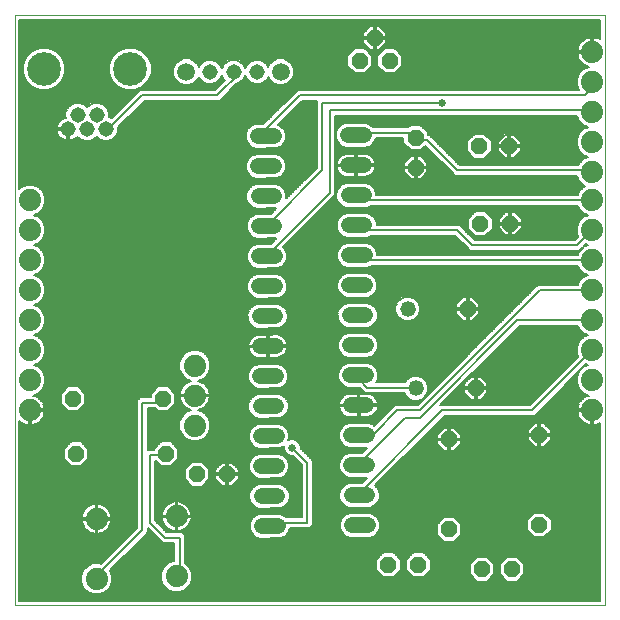
<source format=gbl>
G75*
%MOIN*%
%OFA0B0*%
%FSLAX25Y25*%
%IPPOS*%
%LPD*%
%AMOC8*
5,1,8,0,0,1.08239X$1,22.5*
%
%ADD10C,0.00000*%
%ADD11OC8,0.05200*%
%ADD12C,0.05200*%
%ADD13C,0.05150*%
%ADD14C,0.11220*%
%ADD15C,0.05200*%
%ADD16C,0.05937*%
%ADD17C,0.07400*%
%ADD18C,0.00600*%
%ADD19C,0.02578*%
D10*
X0006000Y0001300D02*
X0006000Y0198150D01*
X0202850Y0198150D01*
X0202850Y0001300D01*
X0006000Y0001300D01*
D11*
X0026445Y0051821D03*
X0025445Y0070135D03*
X0055445Y0070135D03*
X0056445Y0051821D03*
X0066685Y0044950D03*
X0076685Y0044950D03*
X0130555Y0014821D03*
X0140555Y0014821D03*
X0150795Y0026561D03*
X0161740Y0013265D03*
X0171740Y0013265D03*
X0180870Y0028006D03*
X0180870Y0058006D03*
X0159650Y0073635D03*
X0150795Y0056561D03*
X0156945Y0100061D03*
X0161185Y0128506D03*
X0171185Y0128506D03*
X0170870Y0154246D03*
X0160870Y0154246D03*
X0139630Y0157191D03*
X0139630Y0147191D03*
X0130945Y0182821D03*
X0125945Y0190321D03*
X0120945Y0182821D03*
D12*
X0136945Y0100061D03*
X0139650Y0073635D03*
D13*
X0036429Y0160002D03*
X0033280Y0164726D03*
X0030130Y0160002D03*
X0026980Y0164726D03*
X0023831Y0160002D03*
X0071051Y0179080D03*
X0078925Y0179080D03*
X0086799Y0179080D03*
D14*
X0044500Y0180080D03*
X0015760Y0180080D03*
D15*
X0087047Y0157592D02*
X0092247Y0157646D01*
X0092351Y0147647D02*
X0087152Y0147592D01*
X0087256Y0137593D02*
X0092456Y0137647D01*
X0092561Y0127648D02*
X0087361Y0127593D01*
X0087466Y0117594D02*
X0092665Y0117648D01*
X0092770Y0107649D02*
X0087570Y0107595D01*
X0087675Y0097595D02*
X0092875Y0097650D01*
X0092980Y0087650D02*
X0087780Y0087596D01*
X0087885Y0077596D02*
X0093084Y0077651D01*
X0093189Y0067651D02*
X0087989Y0067597D01*
X0088094Y0057597D02*
X0093294Y0057652D01*
X0093398Y0047652D02*
X0088199Y0047598D01*
X0088303Y0037598D02*
X0093503Y0037653D01*
X0093608Y0027653D02*
X0088408Y0027599D01*
X0118406Y0027913D02*
X0123606Y0027967D01*
X0123501Y0037967D02*
X0118302Y0037913D01*
X0118197Y0047912D02*
X0123397Y0047966D01*
X0123292Y0057966D02*
X0118092Y0057911D01*
X0117988Y0067911D02*
X0123187Y0067965D01*
X0123083Y0077965D02*
X0117883Y0077910D01*
X0117778Y0087910D02*
X0122978Y0087964D01*
X0122873Y0097964D02*
X0117673Y0097909D01*
X0117569Y0107909D02*
X0122768Y0107963D01*
X0122664Y0117963D02*
X0117464Y0117908D01*
X0117359Y0127908D02*
X0122559Y0127962D01*
X0122454Y0137961D02*
X0117255Y0137907D01*
X0117150Y0147906D02*
X0122350Y0147961D01*
X0122245Y0157960D02*
X0117045Y0157906D01*
D16*
X0094673Y0179080D03*
X0063177Y0179080D03*
D17*
X0011000Y0136300D03*
X0011000Y0126300D03*
X0011000Y0116300D03*
X0011000Y0106300D03*
X0011000Y0096300D03*
X0011000Y0086300D03*
X0011000Y0076300D03*
X0011000Y0066300D03*
X0033245Y0030131D03*
X0033245Y0010131D03*
X0059925Y0010895D03*
X0059925Y0030895D03*
X0066000Y0061191D03*
X0066000Y0071191D03*
X0066000Y0081191D03*
X0198500Y0076300D03*
X0198500Y0066300D03*
X0198500Y0086300D03*
X0198500Y0096300D03*
X0198500Y0106300D03*
X0198500Y0116300D03*
X0198500Y0126300D03*
X0198500Y0136300D03*
X0198500Y0145635D03*
X0198500Y0155635D03*
X0198500Y0165635D03*
X0198500Y0175635D03*
X0198500Y0185635D03*
D18*
X0198200Y0185641D02*
X0133922Y0185641D01*
X0134521Y0185043D02*
X0193532Y0185043D01*
X0193500Y0185242D02*
X0193623Y0184465D01*
X0193866Y0183716D01*
X0194224Y0183015D01*
X0194686Y0182378D01*
X0195243Y0181822D01*
X0195879Y0181359D01*
X0196581Y0181002D01*
X0197302Y0180768D01*
X0195554Y0180044D01*
X0194092Y0178581D01*
X0193300Y0176670D01*
X0193300Y0174601D01*
X0193922Y0173100D01*
X0100254Y0173100D01*
X0088865Y0161711D01*
X0086188Y0161683D01*
X0084688Y0161043D01*
X0083547Y0159878D01*
X0082938Y0158364D01*
X0082956Y0156733D01*
X0083595Y0155233D01*
X0084761Y0154092D01*
X0086274Y0153483D01*
X0093105Y0153555D01*
X0094605Y0154195D01*
X0095746Y0155360D01*
X0096355Y0156874D01*
X0096338Y0158505D01*
X0095698Y0160005D01*
X0094532Y0161146D01*
X0093719Y0161473D01*
X0101746Y0169500D01*
X0106700Y0169500D01*
X0106700Y0147046D01*
X0096564Y0136909D01*
X0096547Y0138506D01*
X0095907Y0140006D01*
X0094742Y0141147D01*
X0093229Y0141756D01*
X0086398Y0141684D01*
X0084898Y0141044D01*
X0083756Y0139879D01*
X0083148Y0138365D01*
X0083165Y0136734D01*
X0083805Y0135234D01*
X0084970Y0134093D01*
X0086484Y0133485D01*
X0093209Y0133555D01*
X0091390Y0131736D01*
X0086503Y0131685D01*
X0085002Y0131045D01*
X0083861Y0129879D01*
X0083253Y0128366D01*
X0083270Y0126735D01*
X0083910Y0125235D01*
X0085075Y0124093D01*
X0086588Y0123485D01*
X0093209Y0123554D01*
X0091390Y0121735D01*
X0086607Y0121685D01*
X0085107Y0121045D01*
X0083966Y0119880D01*
X0083357Y0118367D01*
X0083374Y0116736D01*
X0084014Y0115235D01*
X0085180Y0114094D01*
X0086693Y0113486D01*
X0093524Y0113557D01*
X0095024Y0114197D01*
X0096165Y0115362D01*
X0096774Y0116876D01*
X0096757Y0118507D01*
X0096117Y0120007D01*
X0095428Y0120682D01*
X0111746Y0137000D01*
X0112800Y0138054D01*
X0112800Y0164500D01*
X0193342Y0164500D01*
X0194092Y0162690D01*
X0195554Y0161227D01*
X0196983Y0160635D01*
X0195554Y0160044D01*
X0194092Y0158581D01*
X0193300Y0156670D01*
X0193300Y0154601D01*
X0194092Y0152690D01*
X0195554Y0151227D01*
X0196983Y0150635D01*
X0195554Y0150044D01*
X0194092Y0148581D01*
X0193892Y0148100D01*
X0154246Y0148100D01*
X0145300Y0157046D01*
X0144246Y0158100D01*
X0143730Y0158100D01*
X0143730Y0158889D01*
X0141328Y0161291D01*
X0137932Y0161291D01*
X0137241Y0160600D01*
X0125409Y0160600D01*
X0124531Y0161460D01*
X0123017Y0162069D01*
X0116187Y0161997D01*
X0114686Y0161357D01*
X0113545Y0160192D01*
X0112937Y0158679D01*
X0112954Y0157048D01*
X0113594Y0155547D01*
X0114759Y0154406D01*
X0116273Y0153798D01*
X0123103Y0153869D01*
X0124604Y0154509D01*
X0125745Y0155674D01*
X0126278Y0157000D01*
X0135530Y0157000D01*
X0135530Y0155492D01*
X0137932Y0153091D01*
X0141328Y0153091D01*
X0142738Y0154500D01*
X0142754Y0154500D01*
X0151700Y0145554D01*
X0152754Y0144500D01*
X0193342Y0144500D01*
X0194092Y0142690D01*
X0195554Y0141227D01*
X0196181Y0140968D01*
X0195554Y0140708D01*
X0194092Y0139246D01*
X0193617Y0138100D01*
X0126553Y0138100D01*
X0126546Y0138820D01*
X0125906Y0140320D01*
X0124740Y0141461D01*
X0123227Y0142070D01*
X0116396Y0141998D01*
X0114896Y0141358D01*
X0113755Y0140193D01*
X0113146Y0138680D01*
X0113163Y0137049D01*
X0113803Y0135548D01*
X0114969Y0134407D01*
X0116482Y0133799D01*
X0123313Y0133870D01*
X0124789Y0134500D01*
X0193617Y0134500D01*
X0194092Y0133354D01*
X0195554Y0131892D01*
X0196983Y0131300D01*
X0195554Y0130708D01*
X0194092Y0129246D01*
X0193300Y0127334D01*
X0193300Y0125266D01*
X0193775Y0124120D01*
X0192754Y0123100D01*
X0159246Y0123100D01*
X0154246Y0128100D01*
X0126658Y0128100D01*
X0126650Y0128820D01*
X0126010Y0130321D01*
X0124845Y0131462D01*
X0123332Y0132070D01*
X0116501Y0131999D01*
X0115001Y0131359D01*
X0113859Y0130194D01*
X0113251Y0128680D01*
X0113268Y0127049D01*
X0113908Y0125549D01*
X0115073Y0124408D01*
X0116587Y0123799D01*
X0123417Y0123871D01*
X0124893Y0124500D01*
X0152754Y0124500D01*
X0156700Y0120554D01*
X0157754Y0119500D01*
X0194246Y0119500D01*
X0196320Y0121575D01*
X0196983Y0121300D01*
X0195554Y0120708D01*
X0194092Y0119246D01*
X0193617Y0118100D01*
X0126762Y0118100D01*
X0126755Y0118821D01*
X0126115Y0120321D01*
X0124950Y0121462D01*
X0123436Y0122071D01*
X0116606Y0121999D01*
X0115105Y0121359D01*
X0113964Y0120194D01*
X0113356Y0118681D01*
X0113373Y0117050D01*
X0114013Y0115549D01*
X0115178Y0114408D01*
X0116691Y0113800D01*
X0123522Y0113871D01*
X0124996Y0114500D01*
X0193617Y0114500D01*
X0194092Y0113354D01*
X0195554Y0111892D01*
X0196983Y0111300D01*
X0195554Y0110708D01*
X0194092Y0109246D01*
X0193617Y0108100D01*
X0180254Y0108100D01*
X0179200Y0107046D01*
X0140254Y0068100D01*
X0132754Y0068100D01*
X0131700Y0067046D01*
X0125852Y0061198D01*
X0125578Y0061466D01*
X0124065Y0062074D01*
X0117234Y0062003D01*
X0115734Y0061363D01*
X0114592Y0060197D01*
X0113984Y0058684D01*
X0114001Y0057053D01*
X0114641Y0055553D01*
X0115806Y0054411D01*
X0117320Y0053803D01*
X0123522Y0053868D01*
X0121703Y0052049D01*
X0117339Y0052003D01*
X0115838Y0051363D01*
X0114697Y0050198D01*
X0114089Y0048685D01*
X0114106Y0047054D01*
X0114746Y0045553D01*
X0115911Y0044412D01*
X0117424Y0043804D01*
X0123522Y0043867D01*
X0121703Y0042048D01*
X0117443Y0042004D01*
X0115943Y0041364D01*
X0114802Y0040198D01*
X0114193Y0038685D01*
X0114211Y0037054D01*
X0114850Y0035554D01*
X0116016Y0034413D01*
X0117529Y0033804D01*
X0124360Y0033876D01*
X0125860Y0034516D01*
X0127001Y0035681D01*
X0127610Y0037194D01*
X0127593Y0038825D01*
X0126953Y0040326D01*
X0126002Y0041257D01*
X0149246Y0064500D01*
X0179246Y0064500D01*
X0196320Y0081575D01*
X0196983Y0081300D01*
X0195554Y0080708D01*
X0194092Y0079246D01*
X0193300Y0077334D01*
X0193300Y0075266D01*
X0194092Y0073354D01*
X0195554Y0071892D01*
X0197302Y0071168D01*
X0196581Y0070934D01*
X0195879Y0070576D01*
X0195243Y0070114D01*
X0194686Y0069557D01*
X0194224Y0068921D01*
X0193866Y0068219D01*
X0193623Y0067471D01*
X0193500Y0066694D01*
X0193500Y0066600D01*
X0198200Y0066600D01*
X0198200Y0066000D01*
X0198800Y0066000D01*
X0198800Y0061300D01*
X0198894Y0061300D01*
X0199671Y0061423D01*
X0200419Y0061666D01*
X0201000Y0061962D01*
X0201000Y0002800D01*
X0007500Y0002800D01*
X0007500Y0062729D01*
X0007743Y0062486D01*
X0008379Y0062024D01*
X0009081Y0061666D01*
X0009829Y0061423D01*
X0010606Y0061300D01*
X0010700Y0061300D01*
X0010700Y0066000D01*
X0011300Y0066000D01*
X0011300Y0066600D01*
X0016000Y0066600D01*
X0016000Y0066694D01*
X0015877Y0067471D01*
X0015634Y0068219D01*
X0015276Y0068921D01*
X0014814Y0069557D01*
X0014257Y0070114D01*
X0013621Y0070576D01*
X0012919Y0070934D01*
X0012198Y0071168D01*
X0013946Y0071892D01*
X0015408Y0073354D01*
X0016200Y0075266D01*
X0016200Y0077334D01*
X0015408Y0079246D01*
X0013946Y0080708D01*
X0012517Y0081300D01*
X0013946Y0081892D01*
X0015408Y0083354D01*
X0016200Y0085266D01*
X0016200Y0087334D01*
X0015408Y0089246D01*
X0013946Y0090708D01*
X0012517Y0091300D01*
X0013946Y0091892D01*
X0015408Y0093354D01*
X0016200Y0095266D01*
X0084211Y0095266D01*
X0084224Y0095236D02*
X0085389Y0094095D01*
X0086903Y0093487D01*
X0093733Y0093558D01*
X0095234Y0094198D01*
X0096375Y0095364D01*
X0096983Y0096877D01*
X0096966Y0098508D01*
X0096326Y0100008D01*
X0095161Y0101149D01*
X0093647Y0101758D01*
X0086817Y0101686D01*
X0085316Y0101046D01*
X0084175Y0099881D01*
X0083567Y0098368D01*
X0083584Y0096737D01*
X0084224Y0095236D01*
X0083956Y0095865D02*
X0016200Y0095865D01*
X0016200Y0096463D02*
X0083700Y0096463D01*
X0083580Y0097062D02*
X0016200Y0097062D01*
X0016200Y0097334D02*
X0015408Y0099246D01*
X0013946Y0100708D01*
X0012517Y0101300D01*
X0013946Y0101892D01*
X0015408Y0103354D01*
X0016200Y0105266D01*
X0016200Y0107334D01*
X0015408Y0109246D01*
X0013946Y0110708D01*
X0012517Y0111300D01*
X0013946Y0111892D01*
X0015408Y0113354D01*
X0016200Y0115266D01*
X0016200Y0117334D01*
X0015408Y0119246D01*
X0013946Y0120708D01*
X0012517Y0121300D01*
X0013946Y0121892D01*
X0015408Y0123354D01*
X0016200Y0125266D01*
X0016200Y0127334D01*
X0015408Y0129246D01*
X0013946Y0130708D01*
X0012517Y0131300D01*
X0013946Y0131892D01*
X0015408Y0133354D01*
X0016200Y0135266D01*
X0016200Y0137334D01*
X0015408Y0139246D01*
X0013946Y0140708D01*
X0012034Y0141500D01*
X0009966Y0141500D01*
X0008054Y0140708D01*
X0007500Y0140154D01*
X0007500Y0196300D01*
X0201000Y0196300D01*
X0201000Y0189973D01*
X0200419Y0190269D01*
X0199671Y0190512D01*
X0198894Y0190635D01*
X0198800Y0190635D01*
X0198800Y0185936D01*
X0198200Y0185936D01*
X0198200Y0190635D01*
X0198106Y0190635D01*
X0197329Y0190512D01*
X0196581Y0190269D01*
X0195879Y0189912D01*
X0195243Y0189449D01*
X0194686Y0188893D01*
X0194224Y0188256D01*
X0193866Y0187555D01*
X0193623Y0186806D01*
X0193500Y0186029D01*
X0193500Y0185935D01*
X0198200Y0185935D01*
X0198200Y0185335D01*
X0193500Y0185335D01*
X0193500Y0185242D01*
X0193630Y0184444D02*
X0135045Y0184444D01*
X0135045Y0184519D02*
X0132643Y0186921D01*
X0129247Y0186921D01*
X0126845Y0184519D01*
X0126845Y0181122D01*
X0129247Y0178721D01*
X0132643Y0178721D01*
X0135045Y0181122D01*
X0135045Y0184519D01*
X0135045Y0183846D02*
X0193824Y0183846D01*
X0194105Y0183247D02*
X0135045Y0183247D01*
X0135045Y0182649D02*
X0194490Y0182649D01*
X0195014Y0182050D02*
X0135045Y0182050D01*
X0135045Y0181452D02*
X0195752Y0181452D01*
X0196064Y0180255D02*
X0134177Y0180255D01*
X0133579Y0179656D02*
X0195167Y0179656D01*
X0194568Y0179058D02*
X0132980Y0179058D01*
X0134776Y0180853D02*
X0197037Y0180853D01*
X0194041Y0178459D02*
X0099142Y0178459D01*
X0099142Y0178192D02*
X0099142Y0179969D01*
X0098461Y0181612D01*
X0097204Y0182869D01*
X0095562Y0183549D01*
X0093784Y0183549D01*
X0092142Y0182869D01*
X0090885Y0181612D01*
X0090523Y0180738D01*
X0090254Y0181389D01*
X0089107Y0182535D01*
X0087610Y0183155D01*
X0085989Y0183155D01*
X0084491Y0182535D01*
X0083345Y0181389D01*
X0082862Y0180224D01*
X0082380Y0181389D01*
X0081233Y0182535D01*
X0079736Y0183155D01*
X0078115Y0183155D01*
X0076617Y0182535D01*
X0075471Y0181389D01*
X0074988Y0180224D01*
X0074506Y0181389D01*
X0073359Y0182535D01*
X0071862Y0183155D01*
X0070241Y0183155D01*
X0068743Y0182535D01*
X0067597Y0181389D01*
X0067327Y0180738D01*
X0066965Y0181612D01*
X0065708Y0182869D01*
X0064066Y0183549D01*
X0062288Y0183549D01*
X0060646Y0182869D01*
X0059389Y0181612D01*
X0058709Y0179969D01*
X0058709Y0178192D01*
X0059389Y0176549D01*
X0060646Y0175292D01*
X0062288Y0174612D01*
X0064066Y0174612D01*
X0065708Y0175292D01*
X0066965Y0176549D01*
X0067327Y0177423D01*
X0067597Y0176772D01*
X0068743Y0175626D01*
X0070241Y0175006D01*
X0071862Y0175006D01*
X0073359Y0175626D01*
X0074506Y0176772D01*
X0074988Y0177937D01*
X0075471Y0176772D01*
X0075949Y0176294D01*
X0072754Y0173100D01*
X0047754Y0173100D01*
X0046700Y0172046D01*
X0038294Y0163640D01*
X0037354Y0164029D01*
X0037354Y0165537D01*
X0036734Y0167034D01*
X0035588Y0168180D01*
X0034090Y0168801D01*
X0032469Y0168801D01*
X0030971Y0168180D01*
X0030130Y0167339D01*
X0029288Y0168180D01*
X0027791Y0168801D01*
X0026170Y0168801D01*
X0024672Y0168180D01*
X0023526Y0167034D01*
X0022906Y0165537D01*
X0022906Y0163916D01*
X0022962Y0163780D01*
X0022700Y0163728D01*
X0021995Y0163435D01*
X0021361Y0163011D01*
X0020821Y0162472D01*
X0020397Y0161837D01*
X0020105Y0161132D01*
X0019956Y0160383D01*
X0019956Y0160302D01*
X0023531Y0160302D01*
X0023531Y0159702D01*
X0019956Y0159702D01*
X0019956Y0159620D01*
X0020105Y0158871D01*
X0020397Y0158166D01*
X0020821Y0157532D01*
X0021361Y0156992D01*
X0021995Y0156568D01*
X0022700Y0156276D01*
X0023449Y0156127D01*
X0023531Y0156127D01*
X0023531Y0159702D01*
X0024131Y0159702D01*
X0024131Y0156127D01*
X0024212Y0156127D01*
X0024961Y0156276D01*
X0025666Y0156568D01*
X0026301Y0156992D01*
X0026839Y0157530D01*
X0027822Y0156547D01*
X0029319Y0155927D01*
X0030940Y0155927D01*
X0032438Y0156547D01*
X0033280Y0157389D01*
X0034121Y0156547D01*
X0035619Y0155927D01*
X0037240Y0155927D01*
X0038737Y0156547D01*
X0039884Y0157693D01*
X0040504Y0159191D01*
X0040504Y0160758D01*
X0049246Y0169500D01*
X0074246Y0169500D01*
X0079762Y0175016D01*
X0081233Y0175626D01*
X0082380Y0176772D01*
X0082862Y0177937D01*
X0083345Y0176772D01*
X0084491Y0175626D01*
X0085989Y0175006D01*
X0087610Y0175006D01*
X0089107Y0175626D01*
X0090254Y0176772D01*
X0090523Y0177423D01*
X0090885Y0176549D01*
X0092142Y0175292D01*
X0093784Y0174612D01*
X0095562Y0174612D01*
X0097204Y0175292D01*
X0098461Y0176549D01*
X0099142Y0178192D01*
X0099005Y0177861D02*
X0193793Y0177861D01*
X0193545Y0177262D02*
X0098757Y0177262D01*
X0098509Y0176664D02*
X0193300Y0176664D01*
X0193300Y0176065D02*
X0097978Y0176065D01*
X0097379Y0175467D02*
X0193300Y0175467D01*
X0193300Y0174868D02*
X0096181Y0174868D01*
X0093165Y0174868D02*
X0079614Y0174868D01*
X0079015Y0174270D02*
X0193437Y0174270D01*
X0193685Y0173671D02*
X0078417Y0173671D01*
X0077818Y0173073D02*
X0100227Y0173073D01*
X0099629Y0172474D02*
X0077220Y0172474D01*
X0076621Y0171876D02*
X0099030Y0171876D01*
X0098432Y0171277D02*
X0076023Y0171277D01*
X0075424Y0170679D02*
X0097833Y0170679D01*
X0097235Y0170080D02*
X0074826Y0170080D01*
X0073500Y0171300D02*
X0081000Y0178800D01*
X0078925Y0179080D01*
X0081673Y0176065D02*
X0084052Y0176065D01*
X0083453Y0176664D02*
X0082271Y0176664D01*
X0082583Y0177262D02*
X0083142Y0177262D01*
X0082894Y0177861D02*
X0082831Y0177861D01*
X0082849Y0180255D02*
X0082875Y0180255D01*
X0083123Y0180853D02*
X0082601Y0180853D01*
X0082316Y0181452D02*
X0083408Y0181452D01*
X0084007Y0182050D02*
X0081718Y0182050D01*
X0080958Y0182649D02*
X0084767Y0182649D01*
X0088832Y0182649D02*
X0091922Y0182649D01*
X0091324Y0182050D02*
X0089592Y0182050D01*
X0090190Y0181452D02*
X0090819Y0181452D01*
X0090571Y0180853D02*
X0090475Y0180853D01*
X0090457Y0177262D02*
X0090590Y0177262D01*
X0090838Y0176664D02*
X0090145Y0176664D01*
X0089547Y0176065D02*
X0091369Y0176065D01*
X0091967Y0175467D02*
X0088723Y0175467D01*
X0084875Y0175467D02*
X0080849Y0175467D01*
X0075720Y0176065D02*
X0073799Y0176065D01*
X0074397Y0176664D02*
X0075579Y0176664D01*
X0075268Y0177262D02*
X0074709Y0177262D01*
X0074957Y0177861D02*
X0075020Y0177861D01*
X0074975Y0180255D02*
X0075001Y0180255D01*
X0075249Y0180853D02*
X0074727Y0180853D01*
X0074442Y0181452D02*
X0075534Y0181452D01*
X0076133Y0182050D02*
X0073844Y0182050D01*
X0073084Y0182649D02*
X0076892Y0182649D01*
X0075121Y0175467D02*
X0072975Y0175467D01*
X0073924Y0174270D02*
X0048745Y0174270D01*
X0048528Y0174053D02*
X0050528Y0176053D01*
X0051610Y0178666D01*
X0051610Y0181495D01*
X0050528Y0184108D01*
X0048528Y0186108D01*
X0045914Y0187191D01*
X0043086Y0187191D01*
X0040472Y0186108D01*
X0038472Y0184108D01*
X0037390Y0181495D01*
X0037390Y0178666D01*
X0038472Y0176053D01*
X0040472Y0174053D01*
X0043086Y0172970D01*
X0045914Y0172970D01*
X0048528Y0174053D01*
X0047607Y0173671D02*
X0073326Y0173671D01*
X0074523Y0174868D02*
X0064685Y0174868D01*
X0065883Y0175467D02*
X0069127Y0175467D01*
X0068304Y0176065D02*
X0066482Y0176065D01*
X0067013Y0176664D02*
X0067705Y0176664D01*
X0067394Y0177262D02*
X0067261Y0177262D01*
X0067279Y0180853D02*
X0067375Y0180853D01*
X0067660Y0181452D02*
X0067032Y0181452D01*
X0066527Y0182050D02*
X0068259Y0182050D01*
X0069018Y0182649D02*
X0065928Y0182649D01*
X0064794Y0183247D02*
X0093057Y0183247D01*
X0096290Y0183247D02*
X0116845Y0183247D01*
X0116845Y0182649D02*
X0097424Y0182649D01*
X0098023Y0182050D02*
X0116845Y0182050D01*
X0116845Y0181452D02*
X0098528Y0181452D01*
X0098775Y0180853D02*
X0117114Y0180853D01*
X0116845Y0181122D02*
X0119247Y0178721D01*
X0122643Y0178721D01*
X0125045Y0181122D01*
X0125045Y0184519D01*
X0122643Y0186921D01*
X0119247Y0186921D01*
X0116845Y0184519D01*
X0116845Y0181122D01*
X0117712Y0180255D02*
X0099023Y0180255D01*
X0099142Y0179656D02*
X0118311Y0179656D01*
X0118909Y0179058D02*
X0099142Y0179058D01*
X0101000Y0171300D02*
X0088500Y0158800D01*
X0089647Y0157619D01*
X0087909Y0161701D02*
X0041447Y0161701D01*
X0042045Y0162300D02*
X0089454Y0162300D01*
X0090052Y0162898D02*
X0042644Y0162898D01*
X0043242Y0163497D02*
X0090651Y0163497D01*
X0091249Y0164095D02*
X0043841Y0164095D01*
X0044439Y0164694D02*
X0091848Y0164694D01*
X0092447Y0165292D02*
X0045038Y0165292D01*
X0045636Y0165891D02*
X0093045Y0165891D01*
X0093644Y0166489D02*
X0046235Y0166489D01*
X0046833Y0167088D02*
X0094242Y0167088D01*
X0094841Y0167686D02*
X0047432Y0167686D01*
X0048030Y0168285D02*
X0095439Y0168285D01*
X0096038Y0168883D02*
X0048629Y0168883D01*
X0049227Y0169482D02*
X0096636Y0169482D01*
X0099932Y0167686D02*
X0106700Y0167686D01*
X0106700Y0167088D02*
X0099333Y0167088D01*
X0098735Y0166489D02*
X0106700Y0166489D01*
X0106700Y0165891D02*
X0098136Y0165891D01*
X0097538Y0165292D02*
X0106700Y0165292D01*
X0106700Y0164694D02*
X0096939Y0164694D01*
X0096341Y0164095D02*
X0106700Y0164095D01*
X0106700Y0163497D02*
X0095742Y0163497D01*
X0095144Y0162898D02*
X0106700Y0162898D01*
X0106700Y0162300D02*
X0094545Y0162300D01*
X0093947Y0161701D02*
X0106700Y0161701D01*
X0106700Y0161103D02*
X0094577Y0161103D01*
X0095188Y0160504D02*
X0106700Y0160504D01*
X0106700Y0159905D02*
X0095740Y0159905D01*
X0095996Y0159307D02*
X0106700Y0159307D01*
X0106700Y0158708D02*
X0096251Y0158708D01*
X0096342Y0158110D02*
X0106700Y0158110D01*
X0106700Y0157511D02*
X0096348Y0157511D01*
X0096354Y0156913D02*
X0106700Y0156913D01*
X0106700Y0156314D02*
X0096130Y0156314D01*
X0095889Y0155716D02*
X0106700Y0155716D01*
X0106700Y0155117D02*
X0095509Y0155117D01*
X0094922Y0154519D02*
X0106700Y0154519D01*
X0106700Y0153920D02*
X0093962Y0153920D01*
X0093124Y0151755D02*
X0094637Y0151147D01*
X0095803Y0150005D01*
X0096442Y0148505D01*
X0096460Y0146874D01*
X0095851Y0145361D01*
X0094710Y0144195D01*
X0093210Y0143556D01*
X0086379Y0143484D01*
X0084866Y0144092D01*
X0083700Y0145234D01*
X0083060Y0146734D01*
X0083043Y0148365D01*
X0083652Y0149878D01*
X0084793Y0151044D01*
X0086293Y0151684D01*
X0093124Y0151755D01*
X0093693Y0151526D02*
X0106700Y0151526D01*
X0106700Y0150928D02*
X0094861Y0150928D01*
X0095472Y0150329D02*
X0106700Y0150329D01*
X0106700Y0149731D02*
X0095920Y0149731D01*
X0096175Y0149132D02*
X0106700Y0149132D01*
X0106700Y0148534D02*
X0096430Y0148534D01*
X0096448Y0147935D02*
X0106700Y0147935D01*
X0106700Y0147337D02*
X0096455Y0147337D01*
X0096405Y0146738D02*
X0106393Y0146738D01*
X0105794Y0146140D02*
X0096164Y0146140D01*
X0095924Y0145541D02*
X0105196Y0145541D01*
X0104597Y0144943D02*
X0095442Y0144943D01*
X0094856Y0144344D02*
X0103999Y0144344D01*
X0103400Y0143746D02*
X0093655Y0143746D01*
X0094233Y0141352D02*
X0101006Y0141352D01*
X0101605Y0141950D02*
X0007500Y0141950D01*
X0007500Y0141352D02*
X0009608Y0141352D01*
X0008163Y0140753D02*
X0007500Y0140753D01*
X0007500Y0140155D02*
X0007501Y0140155D01*
X0007500Y0142549D02*
X0102203Y0142549D01*
X0102802Y0143147D02*
X0007500Y0143147D01*
X0007500Y0143746D02*
X0085728Y0143746D01*
X0084608Y0144344D02*
X0007500Y0144344D01*
X0007500Y0144943D02*
X0083997Y0144943D01*
X0083569Y0145541D02*
X0007500Y0145541D01*
X0007500Y0146140D02*
X0083314Y0146140D01*
X0083060Y0146738D02*
X0007500Y0146738D01*
X0007500Y0147337D02*
X0083054Y0147337D01*
X0083048Y0147935D02*
X0007500Y0147935D01*
X0007500Y0148534D02*
X0083111Y0148534D01*
X0083352Y0149132D02*
X0007500Y0149132D01*
X0007500Y0149731D02*
X0083592Y0149731D01*
X0084093Y0150329D02*
X0007500Y0150329D01*
X0007500Y0150928D02*
X0084679Y0150928D01*
X0085924Y0151526D02*
X0007500Y0151526D01*
X0007500Y0152125D02*
X0106700Y0152125D01*
X0106700Y0152723D02*
X0007500Y0152723D01*
X0007500Y0153322D02*
X0106700Y0153322D01*
X0112800Y0153322D02*
X0137700Y0153322D01*
X0137102Y0153920D02*
X0123223Y0153920D01*
X0124613Y0154519D02*
X0136503Y0154519D01*
X0135905Y0155117D02*
X0125199Y0155117D01*
X0125761Y0155716D02*
X0135530Y0155716D01*
X0135530Y0156314D02*
X0126002Y0156314D01*
X0126243Y0156913D02*
X0135530Y0156913D01*
X0138500Y0158800D02*
X0139630Y0157191D01*
X0141000Y0156300D01*
X0143500Y0156300D01*
X0153500Y0146300D01*
X0198500Y0146300D01*
X0198500Y0145635D01*
X0194831Y0141950D02*
X0123524Y0141950D01*
X0124852Y0141352D02*
X0195430Y0141352D01*
X0195663Y0140753D02*
X0125463Y0140753D01*
X0125976Y0140155D02*
X0195001Y0140155D01*
X0194402Y0139556D02*
X0126231Y0139556D01*
X0126487Y0138958D02*
X0193972Y0138958D01*
X0193724Y0138359D02*
X0126550Y0138359D01*
X0124014Y0134170D02*
X0193754Y0134170D01*
X0194002Y0133571D02*
X0108317Y0133571D01*
X0108915Y0134170D02*
X0115560Y0134170D01*
X0114600Y0134768D02*
X0109514Y0134768D01*
X0110112Y0135367D02*
X0113989Y0135367D01*
X0113626Y0135965D02*
X0110711Y0135965D01*
X0111309Y0136564D02*
X0113370Y0136564D01*
X0113162Y0137162D02*
X0111908Y0137162D01*
X0112506Y0137761D02*
X0113156Y0137761D01*
X0113150Y0138359D02*
X0112800Y0138359D01*
X0112800Y0138958D02*
X0113258Y0138958D01*
X0113499Y0139556D02*
X0112800Y0139556D01*
X0112800Y0140155D02*
X0113739Y0140155D01*
X0114303Y0140753D02*
X0112800Y0140753D01*
X0112800Y0141352D02*
X0114889Y0141352D01*
X0116283Y0141950D02*
X0112800Y0141950D01*
X0112800Y0142549D02*
X0194233Y0142549D01*
X0193902Y0143147D02*
X0112800Y0143147D01*
X0112800Y0143746D02*
X0137559Y0143746D01*
X0138014Y0143291D02*
X0135730Y0145575D01*
X0135730Y0146891D01*
X0139330Y0146891D01*
X0139330Y0147491D01*
X0139330Y0151091D01*
X0138014Y0151091D01*
X0135730Y0148806D01*
X0135730Y0147491D01*
X0139330Y0147491D01*
X0139930Y0147491D01*
X0139930Y0151091D01*
X0141245Y0151091D01*
X0143530Y0148806D01*
X0143530Y0147491D01*
X0139930Y0147491D01*
X0139930Y0146891D01*
X0143530Y0146891D01*
X0143530Y0145575D01*
X0141245Y0143291D01*
X0139930Y0143291D01*
X0139930Y0146891D01*
X0139330Y0146891D01*
X0139330Y0143291D01*
X0138014Y0143291D01*
X0139330Y0143746D02*
X0139930Y0143746D01*
X0139930Y0144344D02*
X0139330Y0144344D01*
X0139330Y0144943D02*
X0139930Y0144943D01*
X0139930Y0145541D02*
X0139330Y0145541D01*
X0139330Y0146140D02*
X0139930Y0146140D01*
X0139930Y0146738D02*
X0139330Y0146738D01*
X0139330Y0147337D02*
X0126201Y0147337D01*
X0126253Y0147618D02*
X0126111Y0146863D01*
X0125825Y0146150D01*
X0125405Y0145507D01*
X0124867Y0144958D01*
X0124233Y0144524D01*
X0123526Y0144223D01*
X0122774Y0144065D01*
X0120091Y0144037D01*
X0120053Y0147637D01*
X0120047Y0148237D01*
X0126246Y0148302D01*
X0126245Y0148386D01*
X0126088Y0149138D01*
X0125786Y0149844D01*
X0125353Y0150479D01*
X0124804Y0151016D01*
X0124161Y0151436D01*
X0123448Y0151723D01*
X0122693Y0151865D01*
X0120009Y0151837D01*
X0120047Y0148237D01*
X0119447Y0148231D01*
X0119409Y0151830D01*
X0116725Y0151802D01*
X0115973Y0151645D01*
X0115266Y0151343D01*
X0114632Y0150910D01*
X0114095Y0150361D01*
X0113675Y0149718D01*
X0113388Y0149005D01*
X0113246Y0148250D01*
X0113247Y0148166D01*
X0119447Y0148231D01*
X0119453Y0147631D01*
X0113253Y0147566D01*
X0113254Y0147482D01*
X0113412Y0146730D01*
X0113713Y0146023D01*
X0114147Y0145389D01*
X0114696Y0144851D01*
X0115339Y0144431D01*
X0116052Y0144145D01*
X0116807Y0144003D01*
X0119491Y0144031D01*
X0119453Y0147631D01*
X0120053Y0147637D01*
X0126252Y0147702D01*
X0126253Y0147618D01*
X0126061Y0146738D02*
X0135730Y0146738D01*
X0135730Y0146140D02*
X0125818Y0146140D01*
X0125427Y0145541D02*
X0135764Y0145541D01*
X0136362Y0144943D02*
X0124845Y0144943D01*
X0123811Y0144344D02*
X0136961Y0144344D01*
X0139930Y0147337D02*
X0149918Y0147337D01*
X0150516Y0146738D02*
X0143530Y0146738D01*
X0143530Y0146140D02*
X0151115Y0146140D01*
X0151700Y0145554D02*
X0151700Y0145554D01*
X0151713Y0145541D02*
X0143496Y0145541D01*
X0142897Y0144943D02*
X0152312Y0144943D01*
X0153812Y0148534D02*
X0194072Y0148534D01*
X0194643Y0149132D02*
X0153213Y0149132D01*
X0152615Y0149731D02*
X0195241Y0149731D01*
X0196244Y0150329D02*
X0162752Y0150329D01*
X0162568Y0150146D02*
X0164970Y0152547D01*
X0164970Y0155944D01*
X0162568Y0158346D01*
X0159172Y0158346D01*
X0156770Y0155944D01*
X0156770Y0152547D01*
X0159172Y0150146D01*
X0162568Y0150146D01*
X0163350Y0150928D02*
X0168673Y0150928D01*
X0169255Y0150346D02*
X0170570Y0150346D01*
X0170570Y0153946D01*
X0166970Y0153946D01*
X0166970Y0152630D01*
X0169255Y0150346D01*
X0170570Y0150928D02*
X0171170Y0150928D01*
X0171170Y0150346D02*
X0172485Y0150346D01*
X0174770Y0152630D01*
X0174770Y0153946D01*
X0171170Y0153946D01*
X0171170Y0154546D01*
X0170570Y0154546D01*
X0170570Y0158146D01*
X0169255Y0158146D01*
X0166970Y0155861D01*
X0166970Y0154546D01*
X0170570Y0154546D01*
X0170570Y0153946D01*
X0171170Y0153946D01*
X0171170Y0150346D01*
X0171170Y0151526D02*
X0170570Y0151526D01*
X0170570Y0152125D02*
X0171170Y0152125D01*
X0171170Y0152723D02*
X0170570Y0152723D01*
X0170570Y0153322D02*
X0171170Y0153322D01*
X0171170Y0153920D02*
X0170570Y0153920D01*
X0170570Y0154519D02*
X0164970Y0154519D01*
X0164970Y0155117D02*
X0166970Y0155117D01*
X0166970Y0155716D02*
X0164970Y0155716D01*
X0164600Y0156314D02*
X0167423Y0156314D01*
X0168022Y0156913D02*
X0164001Y0156913D01*
X0163403Y0157511D02*
X0168620Y0157511D01*
X0169219Y0158110D02*
X0162804Y0158110D01*
X0158936Y0158110D02*
X0143730Y0158110D01*
X0143730Y0158708D02*
X0194219Y0158708D01*
X0193897Y0158110D02*
X0172521Y0158110D01*
X0172485Y0158146D02*
X0171170Y0158146D01*
X0171170Y0154546D01*
X0174770Y0154546D01*
X0174770Y0155861D01*
X0172485Y0158146D01*
X0173120Y0157511D02*
X0193649Y0157511D01*
X0193401Y0156913D02*
X0173718Y0156913D01*
X0174317Y0156314D02*
X0193300Y0156314D01*
X0193300Y0155716D02*
X0174770Y0155716D01*
X0174770Y0155117D02*
X0193300Y0155117D01*
X0193334Y0154519D02*
X0171170Y0154519D01*
X0171170Y0155117D02*
X0170570Y0155117D01*
X0170570Y0155716D02*
X0171170Y0155716D01*
X0171170Y0156314D02*
X0170570Y0156314D01*
X0170570Y0156913D02*
X0171170Y0156913D01*
X0171170Y0157511D02*
X0170570Y0157511D01*
X0170570Y0158110D02*
X0171170Y0158110D01*
X0174770Y0153920D02*
X0193582Y0153920D01*
X0193830Y0153322D02*
X0174770Y0153322D01*
X0174770Y0152723D02*
X0194078Y0152723D01*
X0194657Y0152125D02*
X0174265Y0152125D01*
X0173666Y0151526D02*
X0195255Y0151526D01*
X0196277Y0150928D02*
X0173068Y0150928D01*
X0168074Y0151526D02*
X0163949Y0151526D01*
X0164547Y0152125D02*
X0167476Y0152125D01*
X0166970Y0152723D02*
X0164970Y0152723D01*
X0164970Y0153322D02*
X0166970Y0153322D01*
X0166970Y0153920D02*
X0164970Y0153920D01*
X0158988Y0150329D02*
X0152016Y0150329D01*
X0151418Y0150928D02*
X0158390Y0150928D01*
X0157791Y0151526D02*
X0150819Y0151526D01*
X0150221Y0152125D02*
X0157193Y0152125D01*
X0156770Y0152723D02*
X0149622Y0152723D01*
X0149024Y0153322D02*
X0156770Y0153322D01*
X0156770Y0153920D02*
X0148425Y0153920D01*
X0147827Y0154519D02*
X0156770Y0154519D01*
X0156770Y0155117D02*
X0147228Y0155117D01*
X0146630Y0155716D02*
X0156770Y0155716D01*
X0157141Y0156314D02*
X0146031Y0156314D01*
X0145433Y0156913D02*
X0157739Y0156913D01*
X0158338Y0157511D02*
X0144834Y0157511D01*
X0145300Y0157046D02*
X0145300Y0157046D01*
X0143312Y0159307D02*
X0194818Y0159307D01*
X0195416Y0159905D02*
X0142713Y0159905D01*
X0142115Y0160504D02*
X0196665Y0160504D01*
X0195855Y0161103D02*
X0141516Y0161103D01*
X0138500Y0158800D02*
X0121000Y0158800D01*
X0119645Y0157933D01*
X0115967Y0153920D02*
X0112800Y0153920D01*
X0112800Y0154519D02*
X0114644Y0154519D01*
X0114033Y0155117D02*
X0112800Y0155117D01*
X0112800Y0155716D02*
X0113522Y0155716D01*
X0113267Y0156314D02*
X0112800Y0156314D01*
X0112800Y0156913D02*
X0113011Y0156913D01*
X0112949Y0157511D02*
X0112800Y0157511D01*
X0112800Y0158110D02*
X0112943Y0158110D01*
X0112949Y0158708D02*
X0112800Y0158708D01*
X0112800Y0159307D02*
X0113189Y0159307D01*
X0113430Y0159905D02*
X0112800Y0159905D01*
X0112800Y0160504D02*
X0113851Y0160504D01*
X0114437Y0161103D02*
X0112800Y0161103D01*
X0112800Y0161701D02*
X0115492Y0161701D01*
X0112800Y0162300D02*
X0194482Y0162300D01*
X0194005Y0162898D02*
X0112800Y0162898D01*
X0112800Y0163497D02*
X0193758Y0163497D01*
X0193510Y0164095D02*
X0112800Y0164095D01*
X0111000Y0166300D02*
X0198500Y0166300D01*
X0198500Y0165635D01*
X0195081Y0161701D02*
X0123932Y0161701D01*
X0124896Y0161103D02*
X0137744Y0161103D01*
X0142158Y0153920D02*
X0143334Y0153920D01*
X0143933Y0153322D02*
X0141559Y0153322D01*
X0141408Y0150928D02*
X0146327Y0150928D01*
X0146925Y0150329D02*
X0142007Y0150329D01*
X0142605Y0149731D02*
X0147524Y0149731D01*
X0148122Y0149132D02*
X0143204Y0149132D01*
X0143530Y0148534D02*
X0148721Y0148534D01*
X0149319Y0147935D02*
X0143530Y0147935D01*
X0139930Y0147935D02*
X0139330Y0147935D01*
X0139330Y0148534D02*
X0139930Y0148534D01*
X0139930Y0149132D02*
X0139330Y0149132D01*
X0139330Y0149731D02*
X0139930Y0149731D01*
X0139930Y0150329D02*
X0139330Y0150329D01*
X0139330Y0150928D02*
X0139930Y0150928D01*
X0137852Y0150928D02*
X0124894Y0150928D01*
X0125455Y0150329D02*
X0137253Y0150329D01*
X0136655Y0149731D02*
X0125835Y0149731D01*
X0126089Y0149132D02*
X0136056Y0149132D01*
X0135730Y0148534D02*
X0126214Y0148534D01*
X0123936Y0151526D02*
X0145728Y0151526D01*
X0145130Y0152125D02*
X0112800Y0152125D01*
X0112800Y0152723D02*
X0144531Y0152723D01*
X0142299Y0144344D02*
X0193406Y0144344D01*
X0193654Y0143746D02*
X0141700Y0143746D01*
X0135730Y0147935D02*
X0120050Y0147935D01*
X0120056Y0147337D02*
X0119456Y0147337D01*
X0119450Y0147935D02*
X0112800Y0147935D01*
X0112800Y0147337D02*
X0113284Y0147337D01*
X0113410Y0146738D02*
X0112800Y0146738D01*
X0112800Y0146140D02*
X0113663Y0146140D01*
X0114043Y0145541D02*
X0112800Y0145541D01*
X0112800Y0144943D02*
X0114602Y0144943D01*
X0115555Y0144344D02*
X0112800Y0144344D01*
X0112800Y0148534D02*
X0113299Y0148534D01*
X0113439Y0149132D02*
X0112800Y0149132D01*
X0112800Y0149731D02*
X0113683Y0149731D01*
X0114074Y0150329D02*
X0112800Y0150329D01*
X0112800Y0150928D02*
X0114659Y0150928D01*
X0115696Y0151526D02*
X0112800Y0151526D01*
X0119412Y0151526D02*
X0120012Y0151526D01*
X0120018Y0150928D02*
X0119418Y0150928D01*
X0119425Y0150329D02*
X0120025Y0150329D01*
X0120031Y0149731D02*
X0119431Y0149731D01*
X0119437Y0149132D02*
X0120037Y0149132D01*
X0120043Y0148534D02*
X0119443Y0148534D01*
X0119462Y0146738D02*
X0120062Y0146738D01*
X0120068Y0146140D02*
X0119469Y0146140D01*
X0119475Y0145541D02*
X0120075Y0145541D01*
X0120081Y0144943D02*
X0119481Y0144943D01*
X0119487Y0144344D02*
X0120087Y0144344D01*
X0119854Y0137934D02*
X0121000Y0136300D01*
X0198500Y0136300D01*
X0195072Y0132374D02*
X0172832Y0132374D01*
X0172800Y0132406D02*
X0171485Y0132406D01*
X0171485Y0128806D01*
X0170885Y0128806D01*
X0170885Y0132406D01*
X0169570Y0132406D01*
X0167285Y0130121D01*
X0167285Y0128806D01*
X0170885Y0128806D01*
X0170885Y0128206D01*
X0167285Y0128206D01*
X0167285Y0126890D01*
X0169570Y0124606D01*
X0170885Y0124606D01*
X0170885Y0128206D01*
X0171485Y0128206D01*
X0171485Y0128806D01*
X0175085Y0128806D01*
X0175085Y0130121D01*
X0172800Y0132406D01*
X0173431Y0131775D02*
X0195835Y0131775D01*
X0196686Y0131177D02*
X0174029Y0131177D01*
X0174628Y0130578D02*
X0195425Y0130578D01*
X0194826Y0129980D02*
X0175085Y0129980D01*
X0175085Y0129381D02*
X0194228Y0129381D01*
X0193900Y0128783D02*
X0171485Y0128783D01*
X0171485Y0128206D02*
X0175085Y0128206D01*
X0175085Y0126890D01*
X0172800Y0124606D01*
X0171485Y0124606D01*
X0171485Y0128206D01*
X0171485Y0128184D02*
X0170885Y0128184D01*
X0170885Y0127586D02*
X0171485Y0127586D01*
X0171485Y0126987D02*
X0170885Y0126987D01*
X0170885Y0126389D02*
X0171485Y0126389D01*
X0171485Y0125790D02*
X0170885Y0125790D01*
X0170885Y0125192D02*
X0171485Y0125192D01*
X0173387Y0125192D02*
X0193331Y0125192D01*
X0193300Y0125790D02*
X0173985Y0125790D01*
X0174584Y0126389D02*
X0193300Y0126389D01*
X0193300Y0126987D02*
X0175085Y0126987D01*
X0175085Y0127586D02*
X0193404Y0127586D01*
X0193652Y0128184D02*
X0175085Y0128184D01*
X0171485Y0129381D02*
X0170885Y0129381D01*
X0170885Y0128783D02*
X0165285Y0128783D01*
X0165285Y0129381D02*
X0167285Y0129381D01*
X0167285Y0129980D02*
X0165285Y0129980D01*
X0165285Y0130204D02*
X0162883Y0132606D01*
X0159487Y0132606D01*
X0157085Y0130204D01*
X0157085Y0126807D01*
X0159487Y0124406D01*
X0162883Y0124406D01*
X0165285Y0126807D01*
X0165285Y0130204D01*
X0164910Y0130578D02*
X0167742Y0130578D01*
X0168341Y0131177D02*
X0164312Y0131177D01*
X0163713Y0131775D02*
X0168940Y0131775D01*
X0169538Y0132374D02*
X0163115Y0132374D01*
X0159255Y0132374D02*
X0107120Y0132374D01*
X0107718Y0132972D02*
X0194474Y0132972D01*
X0198500Y0126300D02*
X0193500Y0121300D01*
X0158500Y0121300D01*
X0153500Y0126300D01*
X0121000Y0126300D01*
X0119959Y0127935D01*
X0123708Y0123995D02*
X0153260Y0123995D01*
X0153858Y0123396D02*
X0098142Y0123396D01*
X0097543Y0122798D02*
X0154457Y0122798D01*
X0155055Y0122199D02*
X0096945Y0122199D01*
X0096346Y0121601D02*
X0115671Y0121601D01*
X0114756Y0121002D02*
X0095748Y0121002D01*
X0095712Y0120404D02*
X0114169Y0120404D01*
X0113808Y0119805D02*
X0096203Y0119805D01*
X0096458Y0119207D02*
X0113567Y0119207D01*
X0113356Y0118608D02*
X0096713Y0118608D01*
X0096762Y0118010D02*
X0113363Y0118010D01*
X0113369Y0117411D02*
X0096768Y0117411D01*
X0096748Y0116813D02*
X0113474Y0116813D01*
X0113729Y0116214D02*
X0096508Y0116214D01*
X0096267Y0115616D02*
X0113984Y0115616D01*
X0114556Y0115017D02*
X0095827Y0115017D01*
X0095241Y0114419D02*
X0115167Y0114419D01*
X0116641Y0113820D02*
X0094140Y0113820D01*
X0093543Y0111757D02*
X0095056Y0111149D01*
X0096221Y0110008D01*
X0096861Y0108507D01*
X0096878Y0106876D01*
X0096270Y0105363D01*
X0095129Y0104198D01*
X0093628Y0103558D01*
X0086798Y0103486D01*
X0085284Y0104095D01*
X0084119Y0105236D01*
X0083479Y0106736D01*
X0083462Y0108367D01*
X0084070Y0109880D01*
X0085212Y0111046D01*
X0086712Y0111686D01*
X0093543Y0111757D01*
X0094366Y0111426D02*
X0115365Y0111426D01*
X0115210Y0111360D02*
X0116710Y0112000D01*
X0123541Y0112071D01*
X0125054Y0111463D01*
X0126220Y0110322D01*
X0126860Y0108822D01*
X0126877Y0107191D01*
X0126268Y0105677D01*
X0125127Y0104512D01*
X0123627Y0103872D01*
X0116796Y0103800D01*
X0115283Y0104409D01*
X0114117Y0105550D01*
X0113477Y0107050D01*
X0113460Y0108681D01*
X0114069Y0110195D01*
X0115210Y0111360D01*
X0114689Y0110828D02*
X0095384Y0110828D01*
X0095995Y0110229D02*
X0114103Y0110229D01*
X0113842Y0109631D02*
X0096382Y0109631D01*
X0096638Y0109032D02*
X0113601Y0109032D01*
X0113463Y0108434D02*
X0096862Y0108434D01*
X0096868Y0107835D02*
X0113469Y0107835D01*
X0113476Y0107237D02*
X0096875Y0107237D01*
X0096783Y0106638D02*
X0113653Y0106638D01*
X0113909Y0106039D02*
X0096542Y0106039D01*
X0096301Y0105441D02*
X0114229Y0105441D01*
X0114840Y0104842D02*
X0095760Y0104842D01*
X0095174Y0104244D02*
X0115693Y0104244D01*
X0116815Y0102000D02*
X0115315Y0101361D01*
X0114174Y0100195D01*
X0113565Y0098682D01*
X0113582Y0097051D01*
X0114222Y0095551D01*
X0115387Y0094409D01*
X0116901Y0093801D01*
X0123732Y0093872D01*
X0125232Y0094512D01*
X0126373Y0095678D01*
X0126981Y0097191D01*
X0126964Y0098822D01*
X0126324Y0100322D01*
X0125159Y0101464D01*
X0123646Y0102072D01*
X0116815Y0102000D01*
X0116462Y0101850D02*
X0013845Y0101850D01*
X0014502Y0102448D02*
X0133534Y0102448D01*
X0133469Y0102383D02*
X0132845Y0100876D01*
X0132845Y0099245D01*
X0133469Y0097738D01*
X0134622Y0096585D01*
X0136129Y0095961D01*
X0137760Y0095961D01*
X0139267Y0096585D01*
X0140421Y0097738D01*
X0141045Y0099245D01*
X0141045Y0100876D01*
X0140421Y0102383D01*
X0139267Y0103536D01*
X0137760Y0104161D01*
X0136129Y0104161D01*
X0134622Y0103536D01*
X0133469Y0102383D01*
X0133248Y0101850D02*
X0124198Y0101850D01*
X0125376Y0101251D02*
X0133000Y0101251D01*
X0132845Y0100653D02*
X0125987Y0100653D01*
X0126439Y0100054D02*
X0132845Y0100054D01*
X0132845Y0099456D02*
X0126694Y0099456D01*
X0126949Y0098857D02*
X0133006Y0098857D01*
X0133253Y0098259D02*
X0126970Y0098259D01*
X0126977Y0097660D02*
X0133547Y0097660D01*
X0134145Y0097062D02*
X0126930Y0097062D01*
X0126689Y0096463D02*
X0134916Y0096463D01*
X0138974Y0096463D02*
X0155027Y0096463D01*
X0155329Y0096161D02*
X0153045Y0098445D01*
X0153045Y0099761D01*
X0156645Y0099761D01*
X0156645Y0100361D01*
X0156645Y0103961D01*
X0155329Y0103961D01*
X0153045Y0101676D01*
X0153045Y0100361D01*
X0156645Y0100361D01*
X0157245Y0100361D01*
X0157245Y0103961D01*
X0158560Y0103961D01*
X0160845Y0101676D01*
X0160845Y0100361D01*
X0157245Y0100361D01*
X0157245Y0099761D01*
X0160845Y0099761D01*
X0160845Y0098445D01*
X0158560Y0096161D01*
X0157245Y0096161D01*
X0157245Y0099761D01*
X0156645Y0099761D01*
X0156645Y0096161D01*
X0155329Y0096161D01*
X0154428Y0097062D02*
X0139744Y0097062D01*
X0140343Y0097660D02*
X0153830Y0097660D01*
X0153231Y0098259D02*
X0140636Y0098259D01*
X0140884Y0098857D02*
X0153045Y0098857D01*
X0153045Y0099456D02*
X0141045Y0099456D01*
X0141045Y0100054D02*
X0156645Y0100054D01*
X0156645Y0099456D02*
X0157245Y0099456D01*
X0157245Y0100054D02*
X0172209Y0100054D01*
X0171610Y0099456D02*
X0160845Y0099456D01*
X0160845Y0098857D02*
X0171012Y0098857D01*
X0170413Y0098259D02*
X0160658Y0098259D01*
X0160060Y0097660D02*
X0169815Y0097660D01*
X0169216Y0097062D02*
X0159461Y0097062D01*
X0158863Y0096463D02*
X0168618Y0096463D01*
X0168019Y0095865D02*
X0126448Y0095865D01*
X0125970Y0095266D02*
X0167421Y0095266D01*
X0166822Y0094668D02*
X0125384Y0094668D01*
X0124193Y0094069D02*
X0166224Y0094069D01*
X0165625Y0093471D02*
X0015457Y0093471D01*
X0015704Y0094069D02*
X0085454Y0094069D01*
X0084804Y0094668D02*
X0015952Y0094668D01*
X0016200Y0095266D02*
X0016200Y0097334D01*
X0016065Y0097660D02*
X0083574Y0097660D01*
X0083568Y0098259D02*
X0015817Y0098259D01*
X0015569Y0098857D02*
X0083764Y0098857D01*
X0084004Y0099456D02*
X0015198Y0099456D01*
X0014600Y0100054D02*
X0084345Y0100054D01*
X0084931Y0100653D02*
X0014001Y0100653D01*
X0012634Y0101251D02*
X0085797Y0101251D01*
X0086402Y0103645D02*
X0015529Y0103645D01*
X0015777Y0104244D02*
X0085132Y0104244D01*
X0084521Y0104842D02*
X0016025Y0104842D01*
X0016200Y0105441D02*
X0084032Y0105441D01*
X0083776Y0106039D02*
X0016200Y0106039D01*
X0016200Y0106638D02*
X0083521Y0106638D01*
X0083474Y0107237D02*
X0016200Y0107237D01*
X0015993Y0107835D02*
X0083468Y0107835D01*
X0083489Y0108434D02*
X0015745Y0108434D01*
X0015497Y0109032D02*
X0083729Y0109032D01*
X0083970Y0109631D02*
X0015023Y0109631D01*
X0014425Y0110229D02*
X0084412Y0110229D01*
X0084998Y0110828D02*
X0013658Y0110828D01*
X0012822Y0111426D02*
X0086103Y0111426D01*
X0085861Y0113820D02*
X0015601Y0113820D01*
X0015849Y0114419D02*
X0084848Y0114419D01*
X0084237Y0115017D02*
X0016097Y0115017D01*
X0016200Y0115616D02*
X0083852Y0115616D01*
X0083597Y0116214D02*
X0016200Y0116214D01*
X0016200Y0116813D02*
X0083374Y0116813D01*
X0083367Y0117411D02*
X0016168Y0117411D01*
X0015920Y0118010D02*
X0083361Y0118010D01*
X0083455Y0118608D02*
X0015672Y0118608D01*
X0015424Y0119207D02*
X0083695Y0119207D01*
X0083936Y0119805D02*
X0014849Y0119805D01*
X0014250Y0120404D02*
X0084479Y0120404D01*
X0085065Y0121002D02*
X0013236Y0121002D01*
X0013243Y0121601D02*
X0086409Y0121601D01*
X0085320Y0123995D02*
X0015674Y0123995D01*
X0015922Y0124593D02*
X0084565Y0124593D01*
X0083953Y0125192D02*
X0016169Y0125192D01*
X0016200Y0125790D02*
X0083673Y0125790D01*
X0083417Y0126389D02*
X0016200Y0126389D01*
X0016200Y0126987D02*
X0083267Y0126987D01*
X0083261Y0127586D02*
X0016096Y0127586D01*
X0015848Y0128184D02*
X0083255Y0128184D01*
X0083420Y0128783D02*
X0015600Y0128783D01*
X0015272Y0129381D02*
X0083661Y0129381D01*
X0083959Y0129980D02*
X0014674Y0129980D01*
X0014075Y0130578D02*
X0084546Y0130578D01*
X0085312Y0131177D02*
X0012814Y0131177D01*
X0013665Y0131775D02*
X0091430Y0131775D01*
X0092028Y0132374D02*
X0014428Y0132374D01*
X0015026Y0132972D02*
X0092627Y0132972D01*
X0091000Y0128800D02*
X0089961Y0127621D01*
X0091000Y0128800D02*
X0108500Y0146300D01*
X0108500Y0168800D01*
X0148500Y0168800D01*
X0128909Y0179058D02*
X0122980Y0179058D01*
X0123579Y0179656D02*
X0128311Y0179656D01*
X0127712Y0180255D02*
X0124177Y0180255D01*
X0124776Y0180853D02*
X0127114Y0180853D01*
X0126845Y0181452D02*
X0125045Y0181452D01*
X0125045Y0182050D02*
X0126845Y0182050D01*
X0126845Y0182649D02*
X0125045Y0182649D01*
X0125045Y0183247D02*
X0126845Y0183247D01*
X0126845Y0183846D02*
X0125045Y0183846D01*
X0125045Y0184444D02*
X0126845Y0184444D01*
X0127369Y0185043D02*
X0124521Y0185043D01*
X0123922Y0185641D02*
X0127968Y0185641D01*
X0128566Y0186240D02*
X0123324Y0186240D01*
X0123911Y0186839D02*
X0122725Y0186839D01*
X0123313Y0187437D02*
X0007500Y0187437D01*
X0007500Y0186839D02*
X0013495Y0186839D01*
X0014346Y0187191D02*
X0011732Y0186108D01*
X0009732Y0184108D01*
X0008650Y0181495D01*
X0008650Y0178666D01*
X0009732Y0176053D01*
X0011732Y0174053D01*
X0014346Y0172970D01*
X0017174Y0172970D01*
X0019787Y0174053D01*
X0021788Y0176053D01*
X0022870Y0178666D01*
X0022870Y0181495D01*
X0021788Y0184108D01*
X0019787Y0186108D01*
X0017174Y0187191D01*
X0014346Y0187191D01*
X0012051Y0186240D02*
X0007500Y0186240D01*
X0007500Y0185641D02*
X0011266Y0185641D01*
X0010667Y0185043D02*
X0007500Y0185043D01*
X0007500Y0184444D02*
X0010069Y0184444D01*
X0009624Y0183846D02*
X0007500Y0183846D01*
X0007500Y0183247D02*
X0009376Y0183247D01*
X0009128Y0182649D02*
X0007500Y0182649D01*
X0007500Y0182050D02*
X0008880Y0182050D01*
X0008650Y0181452D02*
X0007500Y0181452D01*
X0007500Y0180853D02*
X0008650Y0180853D01*
X0008650Y0180255D02*
X0007500Y0180255D01*
X0007500Y0179656D02*
X0008650Y0179656D01*
X0008650Y0179058D02*
X0007500Y0179058D01*
X0007500Y0178459D02*
X0008735Y0178459D01*
X0008983Y0177861D02*
X0007500Y0177861D01*
X0007500Y0177262D02*
X0009231Y0177262D01*
X0009479Y0176664D02*
X0007500Y0176664D01*
X0007500Y0176065D02*
X0009727Y0176065D01*
X0010318Y0175467D02*
X0007500Y0175467D01*
X0007500Y0174868D02*
X0010917Y0174868D01*
X0011515Y0174270D02*
X0007500Y0174270D01*
X0007500Y0173671D02*
X0012653Y0173671D01*
X0014098Y0173073D02*
X0007500Y0173073D01*
X0007500Y0172474D02*
X0047129Y0172474D01*
X0047727Y0173073D02*
X0046162Y0173073D01*
X0046530Y0171876D02*
X0007500Y0171876D01*
X0007500Y0171277D02*
X0045932Y0171277D01*
X0045333Y0170679D02*
X0007500Y0170679D01*
X0007500Y0170080D02*
X0044735Y0170080D01*
X0044136Y0169482D02*
X0007500Y0169482D01*
X0007500Y0168883D02*
X0043538Y0168883D01*
X0042939Y0168285D02*
X0035336Y0168285D01*
X0036082Y0167686D02*
X0042341Y0167686D01*
X0041742Y0167088D02*
X0036681Y0167088D01*
X0036960Y0166489D02*
X0041144Y0166489D01*
X0040545Y0165891D02*
X0037208Y0165891D01*
X0037354Y0165292D02*
X0039947Y0165292D01*
X0039348Y0164694D02*
X0037354Y0164694D01*
X0037354Y0164095D02*
X0038749Y0164095D01*
X0038500Y0161300D02*
X0036429Y0160002D01*
X0038500Y0161300D02*
X0048500Y0171300D01*
X0073500Y0171300D01*
X0061669Y0174868D02*
X0049343Y0174868D01*
X0049942Y0175467D02*
X0060471Y0175467D01*
X0059873Y0176065D02*
X0050533Y0176065D01*
X0050781Y0176664D02*
X0059341Y0176664D01*
X0059094Y0177262D02*
X0051029Y0177262D01*
X0051277Y0177861D02*
X0058846Y0177861D01*
X0058709Y0178459D02*
X0051525Y0178459D01*
X0051610Y0179058D02*
X0058709Y0179058D01*
X0058709Y0179656D02*
X0051610Y0179656D01*
X0051610Y0180255D02*
X0058827Y0180255D01*
X0059075Y0180853D02*
X0051610Y0180853D01*
X0051610Y0181452D02*
X0059323Y0181452D01*
X0059828Y0182050D02*
X0051380Y0182050D01*
X0051132Y0182649D02*
X0060426Y0182649D01*
X0061561Y0183247D02*
X0050884Y0183247D01*
X0050636Y0183846D02*
X0116845Y0183846D01*
X0116845Y0184444D02*
X0050191Y0184444D01*
X0049593Y0185043D02*
X0117369Y0185043D01*
X0117968Y0185641D02*
X0048994Y0185641D01*
X0048209Y0186240D02*
X0118566Y0186240D01*
X0119165Y0186839D02*
X0046764Y0186839D01*
X0042236Y0186839D02*
X0018024Y0186839D01*
X0019469Y0186240D02*
X0040791Y0186240D01*
X0040006Y0185641D02*
X0020254Y0185641D01*
X0020853Y0185043D02*
X0039407Y0185043D01*
X0038809Y0184444D02*
X0021451Y0184444D01*
X0021896Y0183846D02*
X0038364Y0183846D01*
X0038116Y0183247D02*
X0022144Y0183247D01*
X0022392Y0182649D02*
X0037868Y0182649D01*
X0037620Y0182050D02*
X0022640Y0182050D01*
X0022870Y0181452D02*
X0037390Y0181452D01*
X0037390Y0180853D02*
X0022870Y0180853D01*
X0022870Y0180255D02*
X0037390Y0180255D01*
X0037390Y0179656D02*
X0022870Y0179656D01*
X0022870Y0179058D02*
X0037390Y0179058D01*
X0037475Y0178459D02*
X0022784Y0178459D01*
X0022537Y0177861D02*
X0037723Y0177861D01*
X0037971Y0177262D02*
X0022289Y0177262D01*
X0022041Y0176664D02*
X0038219Y0176664D01*
X0038467Y0176065D02*
X0021793Y0176065D01*
X0021202Y0175467D02*
X0039058Y0175467D01*
X0039657Y0174868D02*
X0020603Y0174868D01*
X0020005Y0174270D02*
X0040255Y0174270D01*
X0041393Y0173671D02*
X0018867Y0173671D01*
X0017422Y0173073D02*
X0042838Y0173073D01*
X0040848Y0161103D02*
X0084827Y0161103D01*
X0084160Y0160504D02*
X0040504Y0160504D01*
X0040504Y0159905D02*
X0083574Y0159905D01*
X0083317Y0159307D02*
X0040504Y0159307D01*
X0040304Y0158708D02*
X0083077Y0158708D01*
X0082941Y0158110D02*
X0040056Y0158110D01*
X0039702Y0157511D02*
X0082947Y0157511D01*
X0082954Y0156913D02*
X0039103Y0156913D01*
X0038175Y0156314D02*
X0083134Y0156314D01*
X0083390Y0155716D02*
X0007500Y0155716D01*
X0007500Y0156314D02*
X0022607Y0156314D01*
X0023531Y0156314D02*
X0024131Y0156314D01*
X0024131Y0156913D02*
X0023531Y0156913D01*
X0023531Y0157511D02*
X0024131Y0157511D01*
X0024131Y0158110D02*
X0023531Y0158110D01*
X0023531Y0158708D02*
X0024131Y0158708D01*
X0024131Y0159307D02*
X0023531Y0159307D01*
X0023531Y0159905D02*
X0007500Y0159905D01*
X0007500Y0159307D02*
X0020018Y0159307D01*
X0020172Y0158708D02*
X0007500Y0158708D01*
X0007500Y0158110D02*
X0020434Y0158110D01*
X0020841Y0157511D02*
X0007500Y0157511D01*
X0007500Y0156913D02*
X0021479Y0156913D01*
X0025054Y0156314D02*
X0028384Y0156314D01*
X0027456Y0156913D02*
X0026183Y0156913D01*
X0026820Y0157511D02*
X0026857Y0157511D01*
X0021247Y0162898D02*
X0007500Y0162898D01*
X0007500Y0162300D02*
X0020706Y0162300D01*
X0020341Y0161701D02*
X0007500Y0161701D01*
X0007500Y0161103D02*
X0020099Y0161103D01*
X0019980Y0160504D02*
X0007500Y0160504D01*
X0007500Y0163497D02*
X0022143Y0163497D01*
X0022906Y0164095D02*
X0007500Y0164095D01*
X0007500Y0164694D02*
X0022906Y0164694D01*
X0022906Y0165292D02*
X0007500Y0165292D01*
X0007500Y0165891D02*
X0023052Y0165891D01*
X0023300Y0166489D02*
X0007500Y0166489D01*
X0007500Y0167088D02*
X0023579Y0167088D01*
X0024178Y0167686D02*
X0007500Y0167686D01*
X0007500Y0168285D02*
X0024924Y0168285D01*
X0029037Y0168285D02*
X0031223Y0168285D01*
X0030477Y0167686D02*
X0029783Y0167686D01*
X0032804Y0156913D02*
X0033755Y0156913D01*
X0034683Y0156314D02*
X0031876Y0156314D01*
X0015098Y0139556D02*
X0083627Y0139556D01*
X0083386Y0138958D02*
X0015528Y0138958D01*
X0015776Y0138359D02*
X0083148Y0138359D01*
X0083154Y0137761D02*
X0016023Y0137761D01*
X0016200Y0137162D02*
X0083161Y0137162D01*
X0083238Y0136564D02*
X0016200Y0136564D01*
X0016200Y0135965D02*
X0083493Y0135965D01*
X0083748Y0135367D02*
X0016200Y0135367D01*
X0015994Y0134768D02*
X0084281Y0134768D01*
X0084892Y0134170D02*
X0015746Y0134170D01*
X0015498Y0133571D02*
X0086269Y0133571D01*
X0084026Y0140155D02*
X0014499Y0140155D01*
X0013837Y0140753D02*
X0084613Y0140753D01*
X0085618Y0141352D02*
X0012392Y0141352D01*
X0007500Y0153920D02*
X0085187Y0153920D01*
X0084325Y0154519D02*
X0007500Y0154519D01*
X0007500Y0155117D02*
X0083714Y0155117D01*
X0095144Y0140753D02*
X0100408Y0140753D01*
X0099809Y0140155D02*
X0095756Y0140155D01*
X0096099Y0139556D02*
X0099211Y0139556D01*
X0098612Y0138958D02*
X0096354Y0138958D01*
X0096549Y0138359D02*
X0098014Y0138359D01*
X0097415Y0137761D02*
X0096555Y0137761D01*
X0096561Y0137162D02*
X0096816Y0137162D01*
X0104726Y0129980D02*
X0113774Y0129980D01*
X0113533Y0129381D02*
X0104127Y0129381D01*
X0103528Y0128783D02*
X0113292Y0128783D01*
X0113256Y0128184D02*
X0102930Y0128184D01*
X0102331Y0127586D02*
X0113262Y0127586D01*
X0113294Y0126987D02*
X0101733Y0126987D01*
X0101134Y0126389D02*
X0113550Y0126389D01*
X0113805Y0125790D02*
X0100536Y0125790D01*
X0099937Y0125192D02*
X0114273Y0125192D01*
X0114884Y0124593D02*
X0099339Y0124593D01*
X0098740Y0123995D02*
X0116100Y0123995D01*
X0114236Y0130578D02*
X0105324Y0130578D01*
X0105923Y0131177D02*
X0114822Y0131177D01*
X0115977Y0131775D02*
X0106521Y0131775D01*
X0111000Y0138800D02*
X0111000Y0166300D01*
X0106700Y0168285D02*
X0100530Y0168285D01*
X0101129Y0168883D02*
X0106700Y0168883D01*
X0106700Y0169482D02*
X0101727Y0169482D01*
X0101000Y0171300D02*
X0196000Y0171300D01*
X0198500Y0173800D01*
X0198500Y0175635D01*
X0198200Y0186240D02*
X0198800Y0186240D01*
X0198800Y0186839D02*
X0198200Y0186839D01*
X0198200Y0187437D02*
X0198800Y0187437D01*
X0198800Y0188036D02*
X0198200Y0188036D01*
X0198200Y0188634D02*
X0198800Y0188634D01*
X0198800Y0189233D02*
X0198200Y0189233D01*
X0198200Y0189831D02*
X0198800Y0189831D01*
X0198800Y0190430D02*
X0198200Y0190430D01*
X0197074Y0190430D02*
X0126245Y0190430D01*
X0126245Y0190621D02*
X0129845Y0190621D01*
X0129845Y0191936D01*
X0127560Y0194221D01*
X0126245Y0194221D01*
X0126245Y0190621D01*
X0125645Y0190621D01*
X0125645Y0194221D01*
X0124329Y0194221D01*
X0122045Y0191936D01*
X0122045Y0190621D01*
X0125645Y0190621D01*
X0125645Y0190021D01*
X0122045Y0190021D01*
X0122045Y0188705D01*
X0124329Y0186421D01*
X0125645Y0186421D01*
X0125645Y0190020D01*
X0126245Y0190020D01*
X0126245Y0186421D01*
X0127560Y0186421D01*
X0129845Y0188705D01*
X0129845Y0190021D01*
X0126245Y0190021D01*
X0126245Y0190621D01*
X0126245Y0191028D02*
X0125645Y0191028D01*
X0125645Y0190430D02*
X0007500Y0190430D01*
X0007500Y0191028D02*
X0122045Y0191028D01*
X0122045Y0191627D02*
X0007500Y0191627D01*
X0007500Y0192225D02*
X0122334Y0192225D01*
X0122933Y0192824D02*
X0007500Y0192824D01*
X0007500Y0193422D02*
X0123531Y0193422D01*
X0124130Y0194021D02*
X0007500Y0194021D01*
X0007500Y0194619D02*
X0201000Y0194619D01*
X0201000Y0194021D02*
X0127760Y0194021D01*
X0128359Y0193422D02*
X0201000Y0193422D01*
X0201000Y0192824D02*
X0128957Y0192824D01*
X0129556Y0192225D02*
X0201000Y0192225D01*
X0201000Y0191627D02*
X0129845Y0191627D01*
X0129845Y0191028D02*
X0201000Y0191028D01*
X0201000Y0190430D02*
X0199926Y0190430D01*
X0195768Y0189831D02*
X0129845Y0189831D01*
X0129845Y0189233D02*
X0195026Y0189233D01*
X0194498Y0188634D02*
X0129774Y0188634D01*
X0129175Y0188036D02*
X0194111Y0188036D01*
X0193828Y0187437D02*
X0128577Y0187437D01*
X0129165Y0186839D02*
X0127978Y0186839D01*
X0126245Y0186839D02*
X0125645Y0186839D01*
X0125645Y0187437D02*
X0126245Y0187437D01*
X0126245Y0188036D02*
X0125645Y0188036D01*
X0125645Y0188634D02*
X0126245Y0188634D01*
X0126245Y0189233D02*
X0125645Y0189233D01*
X0125645Y0189831D02*
X0126245Y0189831D01*
X0126245Y0191627D02*
X0125645Y0191627D01*
X0125645Y0192225D02*
X0126245Y0192225D01*
X0126245Y0192824D02*
X0125645Y0192824D01*
X0125645Y0193422D02*
X0126245Y0193422D01*
X0126245Y0194021D02*
X0125645Y0194021D01*
X0122045Y0189831D02*
X0007500Y0189831D01*
X0007500Y0189233D02*
X0122045Y0189233D01*
X0122116Y0188634D02*
X0007500Y0188634D01*
X0007500Y0188036D02*
X0122714Y0188036D01*
X0132725Y0186839D02*
X0193634Y0186839D01*
X0193533Y0186240D02*
X0133324Y0186240D01*
X0111000Y0138800D02*
X0091000Y0118800D01*
X0090066Y0117621D01*
X0091854Y0122199D02*
X0014253Y0122199D01*
X0014852Y0122798D02*
X0092452Y0122798D01*
X0093051Y0123396D02*
X0015426Y0123396D01*
X0015276Y0113222D02*
X0194224Y0113222D01*
X0193899Y0113820D02*
X0118632Y0113820D01*
X0119068Y0112025D02*
X0014079Y0112025D01*
X0014677Y0112623D02*
X0194823Y0112623D01*
X0195421Y0112025D02*
X0123658Y0112025D01*
X0125092Y0111426D02*
X0196678Y0111426D01*
X0195842Y0110828D02*
X0125703Y0110828D01*
X0126259Y0110229D02*
X0195075Y0110229D01*
X0194477Y0109631D02*
X0126515Y0109631D01*
X0126770Y0109032D02*
X0194003Y0109032D01*
X0193755Y0108434D02*
X0126864Y0108434D01*
X0126870Y0107835D02*
X0179989Y0107835D01*
X0179391Y0107237D02*
X0126876Y0107237D01*
X0126655Y0106638D02*
X0178792Y0106638D01*
X0178194Y0106039D02*
X0126414Y0106039D01*
X0126037Y0105441D02*
X0177595Y0105441D01*
X0176997Y0104842D02*
X0125451Y0104842D01*
X0124499Y0104244D02*
X0176398Y0104244D01*
X0175800Y0103645D02*
X0158876Y0103645D01*
X0159474Y0103047D02*
X0175201Y0103047D01*
X0174603Y0102448D02*
X0160073Y0102448D01*
X0160671Y0101850D02*
X0174004Y0101850D01*
X0173406Y0101251D02*
X0160845Y0101251D01*
X0160845Y0100653D02*
X0172807Y0100653D01*
X0173500Y0096300D02*
X0198500Y0096300D01*
X0193617Y0094500D02*
X0194092Y0093354D01*
X0195554Y0091892D01*
X0196983Y0091300D01*
X0195554Y0090708D01*
X0194092Y0089246D01*
X0193300Y0087334D01*
X0193300Y0085266D01*
X0193775Y0084120D01*
X0177754Y0068100D01*
X0147846Y0068100D01*
X0174246Y0094500D01*
X0193617Y0094500D01*
X0193796Y0094069D02*
X0173815Y0094069D01*
X0173216Y0093471D02*
X0194043Y0093471D01*
X0194574Y0092872D02*
X0172618Y0092872D01*
X0172019Y0092274D02*
X0195172Y0092274D01*
X0196077Y0091675D02*
X0171421Y0091675D01*
X0170822Y0091077D02*
X0196444Y0091077D01*
X0195324Y0090478D02*
X0170224Y0090478D01*
X0169625Y0089880D02*
X0194726Y0089880D01*
X0194127Y0089281D02*
X0169027Y0089281D01*
X0168428Y0088683D02*
X0193858Y0088683D01*
X0193611Y0088084D02*
X0167830Y0088084D01*
X0167231Y0087486D02*
X0193363Y0087486D01*
X0193300Y0086887D02*
X0166633Y0086887D01*
X0166034Y0086289D02*
X0193300Y0086289D01*
X0193300Y0085690D02*
X0165436Y0085690D01*
X0164837Y0085092D02*
X0193372Y0085092D01*
X0193620Y0084493D02*
X0164239Y0084493D01*
X0163640Y0083895D02*
X0193549Y0083895D01*
X0192950Y0083296D02*
X0163042Y0083296D01*
X0162443Y0082698D02*
X0192352Y0082698D01*
X0191753Y0082099D02*
X0161845Y0082099D01*
X0161246Y0081501D02*
X0191155Y0081501D01*
X0190556Y0080902D02*
X0160648Y0080902D01*
X0160049Y0080303D02*
X0189958Y0080303D01*
X0189359Y0079705D02*
X0159451Y0079705D01*
X0158852Y0079106D02*
X0188761Y0079106D01*
X0188162Y0078508D02*
X0158254Y0078508D01*
X0157655Y0077909D02*
X0187564Y0077909D01*
X0186965Y0077311D02*
X0161490Y0077311D01*
X0161265Y0077535D02*
X0159950Y0077535D01*
X0159950Y0073936D01*
X0159350Y0073936D01*
X0159350Y0077535D01*
X0158034Y0077535D01*
X0155750Y0075251D01*
X0155750Y0073935D01*
X0159350Y0073935D01*
X0159350Y0073335D01*
X0159950Y0073335D01*
X0159950Y0073935D01*
X0163550Y0073935D01*
X0163550Y0075251D01*
X0161265Y0077535D01*
X0162088Y0076712D02*
X0186367Y0076712D01*
X0185768Y0076114D02*
X0162687Y0076114D01*
X0163285Y0075515D02*
X0185170Y0075515D01*
X0184571Y0074917D02*
X0163550Y0074917D01*
X0163550Y0074318D02*
X0183973Y0074318D01*
X0183374Y0073720D02*
X0159950Y0073720D01*
X0159950Y0073335D02*
X0163550Y0073335D01*
X0163550Y0072020D01*
X0161265Y0069735D01*
X0159950Y0069735D01*
X0159950Y0073335D01*
X0159950Y0073121D02*
X0159350Y0073121D01*
X0159350Y0073335D02*
X0159350Y0069735D01*
X0158034Y0069735D01*
X0155750Y0072020D01*
X0155750Y0073335D01*
X0159350Y0073335D01*
X0159350Y0073720D02*
X0153465Y0073720D01*
X0152867Y0073121D02*
X0155750Y0073121D01*
X0155750Y0072523D02*
X0152268Y0072523D01*
X0151670Y0071924D02*
X0155845Y0071924D01*
X0156444Y0071326D02*
X0151071Y0071326D01*
X0150473Y0070727D02*
X0157042Y0070727D01*
X0157641Y0070129D02*
X0149874Y0070129D01*
X0149276Y0069530D02*
X0179185Y0069530D01*
X0178586Y0068932D02*
X0148677Y0068932D01*
X0148079Y0068333D02*
X0177988Y0068333D01*
X0178500Y0066300D02*
X0198500Y0086300D01*
X0196499Y0081501D02*
X0196246Y0081501D01*
X0196022Y0080902D02*
X0195648Y0080902D01*
X0195150Y0080303D02*
X0195049Y0080303D01*
X0194551Y0079705D02*
X0194451Y0079705D01*
X0194034Y0079106D02*
X0193852Y0079106D01*
X0193786Y0078508D02*
X0193254Y0078508D01*
X0193538Y0077909D02*
X0192655Y0077909D01*
X0192057Y0077311D02*
X0193300Y0077311D01*
X0193300Y0076712D02*
X0191458Y0076712D01*
X0190859Y0076114D02*
X0193300Y0076114D01*
X0193300Y0075515D02*
X0190261Y0075515D01*
X0189662Y0074917D02*
X0193444Y0074917D01*
X0193692Y0074318D02*
X0189064Y0074318D01*
X0188465Y0073720D02*
X0193940Y0073720D01*
X0194325Y0073121D02*
X0187867Y0073121D01*
X0187268Y0072523D02*
X0194923Y0072523D01*
X0195522Y0071924D02*
X0186670Y0071924D01*
X0186071Y0071326D02*
X0196920Y0071326D01*
X0196176Y0070727D02*
X0185473Y0070727D01*
X0184874Y0070129D02*
X0195263Y0070129D01*
X0194667Y0069530D02*
X0184276Y0069530D01*
X0183677Y0068932D02*
X0194232Y0068932D01*
X0193924Y0068333D02*
X0183079Y0068333D01*
X0182480Y0067735D02*
X0193709Y0067735D01*
X0193570Y0067136D02*
X0181882Y0067136D01*
X0181283Y0066538D02*
X0198200Y0066538D01*
X0198200Y0066000D02*
X0193500Y0066000D01*
X0193500Y0065906D01*
X0193623Y0065129D01*
X0193866Y0064381D01*
X0194224Y0063679D01*
X0194686Y0063043D01*
X0195243Y0062486D01*
X0195879Y0062024D01*
X0196581Y0061666D01*
X0197329Y0061423D01*
X0198106Y0061300D01*
X0198200Y0061300D01*
X0198200Y0066000D01*
X0198200Y0065939D02*
X0198800Y0065939D01*
X0198800Y0065341D02*
X0198200Y0065341D01*
X0198200Y0064742D02*
X0198800Y0064742D01*
X0198800Y0064144D02*
X0198200Y0064144D01*
X0198200Y0063545D02*
X0198800Y0063545D01*
X0198800Y0062947D02*
X0198200Y0062947D01*
X0198200Y0062348D02*
X0198800Y0062348D01*
X0198800Y0061750D02*
X0198200Y0061750D01*
X0196417Y0061750D02*
X0182641Y0061750D01*
X0182485Y0061906D02*
X0181170Y0061906D01*
X0181170Y0058306D01*
X0180570Y0058306D01*
X0180570Y0061906D01*
X0179255Y0061906D01*
X0176970Y0059621D01*
X0176970Y0058306D01*
X0180570Y0058306D01*
X0180570Y0057706D01*
X0176970Y0057706D01*
X0176970Y0056390D01*
X0179255Y0054106D01*
X0180570Y0054106D01*
X0180570Y0057706D01*
X0181170Y0057706D01*
X0181170Y0058306D01*
X0184770Y0058306D01*
X0184770Y0059621D01*
X0182485Y0061906D01*
X0183240Y0061151D02*
X0201000Y0061151D01*
X0201000Y0060553D02*
X0183838Y0060553D01*
X0184437Y0059954D02*
X0201000Y0059954D01*
X0201000Y0059356D02*
X0184770Y0059356D01*
X0184770Y0058757D02*
X0201000Y0058757D01*
X0201000Y0058159D02*
X0181170Y0058159D01*
X0181170Y0057706D02*
X0184770Y0057706D01*
X0184770Y0056390D01*
X0182485Y0054106D01*
X0181170Y0054106D01*
X0181170Y0057706D01*
X0181170Y0057560D02*
X0180570Y0057560D01*
X0180570Y0056962D02*
X0181170Y0056962D01*
X0181170Y0056363D02*
X0180570Y0056363D01*
X0180570Y0055765D02*
X0181170Y0055765D01*
X0181170Y0055166D02*
X0180570Y0055166D01*
X0180570Y0054568D02*
X0181170Y0054568D01*
X0182947Y0054568D02*
X0201000Y0054568D01*
X0201000Y0055166D02*
X0183546Y0055166D01*
X0184144Y0055765D02*
X0201000Y0055765D01*
X0201000Y0056363D02*
X0184743Y0056363D01*
X0184770Y0056962D02*
X0201000Y0056962D01*
X0201000Y0057560D02*
X0184770Y0057560D01*
X0181170Y0058757D02*
X0180570Y0058757D01*
X0180570Y0058159D02*
X0154695Y0058159D01*
X0154695Y0058176D02*
X0152411Y0060461D01*
X0151095Y0060461D01*
X0151095Y0056861D01*
X0150495Y0056861D01*
X0150495Y0060461D01*
X0149180Y0060461D01*
X0146895Y0058176D01*
X0146895Y0056861D01*
X0150495Y0056861D01*
X0150495Y0056261D01*
X0146895Y0056261D01*
X0146895Y0054945D01*
X0149180Y0052661D01*
X0150495Y0052661D01*
X0150495Y0056261D01*
X0151095Y0056261D01*
X0151095Y0056861D01*
X0154695Y0056861D01*
X0154695Y0058176D01*
X0154695Y0057560D02*
X0176970Y0057560D01*
X0176970Y0056962D02*
X0154695Y0056962D01*
X0154695Y0056261D02*
X0151095Y0056261D01*
X0151095Y0052661D01*
X0152411Y0052661D01*
X0154695Y0054945D01*
X0154695Y0056261D01*
X0154695Y0055765D02*
X0177596Y0055765D01*
X0176997Y0056363D02*
X0151095Y0056363D01*
X0151095Y0055765D02*
X0150495Y0055765D01*
X0150495Y0056363D02*
X0141109Y0056363D01*
X0141707Y0056962D02*
X0146895Y0056962D01*
X0146895Y0057560D02*
X0142306Y0057560D01*
X0142904Y0058159D02*
X0146895Y0058159D01*
X0147476Y0058757D02*
X0143503Y0058757D01*
X0144101Y0059356D02*
X0148075Y0059356D01*
X0148673Y0059954D02*
X0144700Y0059954D01*
X0145298Y0060553D02*
X0177902Y0060553D01*
X0178500Y0061151D02*
X0145897Y0061151D01*
X0146495Y0061750D02*
X0179099Y0061750D01*
X0180570Y0061750D02*
X0181170Y0061750D01*
X0181170Y0061151D02*
X0180570Y0061151D01*
X0180570Y0060553D02*
X0181170Y0060553D01*
X0181170Y0059954D02*
X0180570Y0059954D01*
X0180570Y0059356D02*
X0181170Y0059356D01*
X0177303Y0059954D02*
X0152917Y0059954D01*
X0153516Y0059356D02*
X0176970Y0059356D01*
X0176970Y0058757D02*
X0154114Y0058757D01*
X0151095Y0058757D02*
X0150495Y0058757D01*
X0150495Y0058159D02*
X0151095Y0058159D01*
X0151095Y0057560D02*
X0150495Y0057560D01*
X0150495Y0056962D02*
X0151095Y0056962D01*
X0151095Y0055166D02*
X0150495Y0055166D01*
X0150495Y0054568D02*
X0151095Y0054568D01*
X0151095Y0053969D02*
X0150495Y0053969D01*
X0150495Y0053370D02*
X0151095Y0053370D01*
X0151095Y0052772D02*
X0150495Y0052772D01*
X0149069Y0052772D02*
X0137518Y0052772D01*
X0138116Y0053370D02*
X0148470Y0053370D01*
X0147872Y0053969D02*
X0138715Y0053969D01*
X0139313Y0054568D02*
X0147273Y0054568D01*
X0146895Y0055166D02*
X0139912Y0055166D01*
X0140510Y0055765D02*
X0146895Y0055765D01*
X0150495Y0059356D02*
X0151095Y0059356D01*
X0151095Y0059954D02*
X0150495Y0059954D01*
X0147692Y0062947D02*
X0194782Y0062947D01*
X0194321Y0063545D02*
X0148291Y0063545D01*
X0148889Y0064144D02*
X0193987Y0064144D01*
X0193749Y0064742D02*
X0179488Y0064742D01*
X0180086Y0065341D02*
X0193590Y0065341D01*
X0193500Y0065939D02*
X0180685Y0065939D01*
X0178500Y0066300D02*
X0148500Y0066300D01*
X0121000Y0038800D01*
X0120902Y0037940D01*
X0122252Y0042597D02*
X0105300Y0042597D01*
X0105300Y0041999D02*
X0117432Y0041999D01*
X0116028Y0041400D02*
X0105300Y0041400D01*
X0105300Y0040802D02*
X0115393Y0040802D01*
X0114806Y0040203D02*
X0105300Y0040203D01*
X0105300Y0039605D02*
X0114563Y0039605D01*
X0114323Y0039006D02*
X0105300Y0039006D01*
X0105300Y0038408D02*
X0114196Y0038408D01*
X0114203Y0037809D02*
X0105300Y0037809D01*
X0105300Y0037211D02*
X0114209Y0037211D01*
X0114399Y0036612D02*
X0105300Y0036612D01*
X0105300Y0036014D02*
X0114654Y0036014D01*
X0114992Y0035415D02*
X0105300Y0035415D01*
X0105300Y0034817D02*
X0115603Y0034817D01*
X0116500Y0034218D02*
X0105300Y0034218D01*
X0105300Y0033620D02*
X0201000Y0033620D01*
X0201000Y0034218D02*
X0125163Y0034218D01*
X0126155Y0034817D02*
X0201000Y0034817D01*
X0201000Y0035415D02*
X0126741Y0035415D01*
X0127135Y0036014D02*
X0201000Y0036014D01*
X0201000Y0036612D02*
X0127376Y0036612D01*
X0127610Y0037211D02*
X0201000Y0037211D01*
X0201000Y0037809D02*
X0127603Y0037809D01*
X0127597Y0038408D02*
X0201000Y0038408D01*
X0201000Y0039006D02*
X0127516Y0039006D01*
X0127260Y0039605D02*
X0201000Y0039605D01*
X0201000Y0040203D02*
X0127005Y0040203D01*
X0126467Y0040802D02*
X0201000Y0040802D01*
X0201000Y0041400D02*
X0126146Y0041400D01*
X0126744Y0041999D02*
X0201000Y0041999D01*
X0201000Y0042597D02*
X0127343Y0042597D01*
X0127941Y0043196D02*
X0201000Y0043196D01*
X0201000Y0043794D02*
X0128540Y0043794D01*
X0129138Y0044393D02*
X0201000Y0044393D01*
X0201000Y0044991D02*
X0129737Y0044991D01*
X0130335Y0045590D02*
X0201000Y0045590D01*
X0201000Y0046188D02*
X0130934Y0046188D01*
X0131532Y0046787D02*
X0201000Y0046787D01*
X0201000Y0047385D02*
X0132131Y0047385D01*
X0132729Y0047984D02*
X0201000Y0047984D01*
X0201000Y0048582D02*
X0133328Y0048582D01*
X0133926Y0049181D02*
X0201000Y0049181D01*
X0201000Y0049779D02*
X0134525Y0049779D01*
X0135124Y0050378D02*
X0201000Y0050378D01*
X0201000Y0050976D02*
X0135722Y0050976D01*
X0136321Y0051575D02*
X0201000Y0051575D01*
X0201000Y0052173D02*
X0136919Y0052173D01*
X0126000Y0058800D02*
X0133500Y0066300D01*
X0141000Y0066300D01*
X0181000Y0106300D01*
X0198500Y0106300D01*
X0193651Y0114419D02*
X0124805Y0114419D01*
X0121000Y0116300D02*
X0120064Y0117935D01*
X0121000Y0116300D02*
X0198500Y0116300D01*
X0194651Y0119805D02*
X0194551Y0119805D01*
X0194076Y0119207D02*
X0126590Y0119207D01*
X0126757Y0118608D02*
X0193828Y0118608D01*
X0195149Y0120404D02*
X0195250Y0120404D01*
X0195748Y0121002D02*
X0196264Y0121002D01*
X0193051Y0123396D02*
X0158949Y0123396D01*
X0158351Y0123995D02*
X0193649Y0123995D01*
X0193578Y0124593D02*
X0163071Y0124593D01*
X0163670Y0125192D02*
X0168983Y0125192D01*
X0168385Y0125790D02*
X0164268Y0125790D01*
X0164867Y0126389D02*
X0167786Y0126389D01*
X0167285Y0126987D02*
X0165285Y0126987D01*
X0165285Y0127586D02*
X0167285Y0127586D01*
X0167285Y0128184D02*
X0165285Y0128184D01*
X0170885Y0129980D02*
X0171485Y0129980D01*
X0171485Y0130578D02*
X0170885Y0130578D01*
X0170885Y0131177D02*
X0171485Y0131177D01*
X0171485Y0131775D02*
X0170885Y0131775D01*
X0170885Y0132374D02*
X0171485Y0132374D01*
X0158657Y0131775D02*
X0124065Y0131775D01*
X0125136Y0131177D02*
X0158058Y0131177D01*
X0157460Y0130578D02*
X0125747Y0130578D01*
X0126156Y0129980D02*
X0157085Y0129980D01*
X0157085Y0129381D02*
X0126411Y0129381D01*
X0126651Y0128783D02*
X0157085Y0128783D01*
X0157085Y0128184D02*
X0126657Y0128184D01*
X0124606Y0121601D02*
X0155654Y0121601D01*
X0156252Y0121002D02*
X0125420Y0121002D01*
X0126031Y0120404D02*
X0156851Y0120404D01*
X0157449Y0119805D02*
X0126335Y0119805D01*
X0134885Y0103645D02*
X0093834Y0103645D01*
X0094907Y0101251D02*
X0115208Y0101251D01*
X0114622Y0100653D02*
X0095668Y0100653D01*
X0096279Y0100054D02*
X0114117Y0100054D01*
X0113876Y0099456D02*
X0096562Y0099456D01*
X0096817Y0098857D02*
X0113636Y0098857D01*
X0113570Y0098259D02*
X0096969Y0098259D01*
X0096975Y0097660D02*
X0113576Y0097660D01*
X0113582Y0097062D02*
X0096981Y0097062D01*
X0096817Y0096463D02*
X0113833Y0096463D01*
X0114088Y0095865D02*
X0096576Y0095865D01*
X0096279Y0095266D02*
X0114512Y0095266D01*
X0115124Y0094668D02*
X0095693Y0094668D01*
X0094931Y0094069D02*
X0116233Y0094069D01*
X0116920Y0092001D02*
X0115419Y0091361D01*
X0114278Y0090196D01*
X0113670Y0088682D01*
X0113687Y0087051D01*
X0114327Y0085551D01*
X0115492Y0084410D01*
X0117006Y0083801D01*
X0123836Y0083873D01*
X0125337Y0084513D01*
X0126478Y0085678D01*
X0127086Y0087192D01*
X0127069Y0088823D01*
X0126429Y0090323D01*
X0125264Y0091464D01*
X0123750Y0092073D01*
X0116920Y0092001D01*
X0116156Y0091675D02*
X0013423Y0091675D01*
X0013056Y0091077D02*
X0086001Y0091077D01*
X0085896Y0091032D02*
X0086603Y0091334D01*
X0087355Y0091491D01*
X0090039Y0091519D01*
X0090077Y0087920D01*
X0090676Y0087926D01*
X0090639Y0091526D01*
X0093323Y0091554D01*
X0094078Y0091412D01*
X0094791Y0091125D01*
X0095434Y0090705D01*
X0095983Y0090168D01*
X0096416Y0089533D01*
X0096718Y0088827D01*
X0096875Y0088075D01*
X0096876Y0087991D01*
X0090677Y0087926D01*
X0090683Y0087326D01*
X0096882Y0087391D01*
X0096883Y0087307D01*
X0096741Y0086552D01*
X0096455Y0085839D01*
X0096035Y0085196D01*
X0095497Y0084647D01*
X0094863Y0084213D01*
X0094156Y0083912D01*
X0093404Y0083754D01*
X0090720Y0083726D01*
X0090683Y0087326D01*
X0090083Y0087320D01*
X0083883Y0087255D01*
X0083884Y0087171D01*
X0084042Y0086419D01*
X0084343Y0085712D01*
X0084777Y0085078D01*
X0085326Y0084540D01*
X0085969Y0084120D01*
X0086682Y0083834D01*
X0087437Y0083692D01*
X0090121Y0083720D01*
X0090083Y0087320D01*
X0090076Y0087920D01*
X0083877Y0087855D01*
X0083876Y0087939D01*
X0084018Y0088694D01*
X0084305Y0089407D01*
X0084725Y0090050D01*
X0085262Y0090599D01*
X0085896Y0091032D01*
X0085144Y0090478D02*
X0014176Y0090478D01*
X0014774Y0089880D02*
X0084613Y0089880D01*
X0084254Y0089281D02*
X0015373Y0089281D01*
X0015642Y0088683D02*
X0084016Y0088683D01*
X0083903Y0088084D02*
X0015889Y0088084D01*
X0016137Y0087486D02*
X0090081Y0087486D01*
X0090075Y0088084D02*
X0090675Y0088084D01*
X0090681Y0087486D02*
X0113682Y0087486D01*
X0113676Y0088084D02*
X0096873Y0088084D01*
X0096748Y0088683D02*
X0113670Y0088683D01*
X0113911Y0089281D02*
X0096524Y0089281D01*
X0096180Y0089880D02*
X0114151Y0089880D01*
X0114555Y0090478D02*
X0095666Y0090478D01*
X0094865Y0091077D02*
X0115141Y0091077D01*
X0113757Y0086887D02*
X0096804Y0086887D01*
X0096636Y0086289D02*
X0114012Y0086289D01*
X0114268Y0085690D02*
X0096358Y0085690D01*
X0095933Y0085092D02*
X0114796Y0085092D01*
X0115407Y0084493D02*
X0095272Y0084493D01*
X0094073Y0083895D02*
X0116774Y0083895D01*
X0117024Y0082002D02*
X0115524Y0081362D01*
X0114383Y0080196D01*
X0113775Y0078683D01*
X0113792Y0077052D01*
X0114432Y0075552D01*
X0115597Y0074410D01*
X0117110Y0073802D01*
X0120913Y0073842D01*
X0121700Y0073054D01*
X0122754Y0072000D01*
X0135889Y0072000D01*
X0136174Y0071313D01*
X0137327Y0070160D01*
X0138834Y0069535D01*
X0140465Y0069535D01*
X0141972Y0070160D01*
X0143125Y0071313D01*
X0143750Y0072820D01*
X0143750Y0074451D01*
X0143125Y0075958D01*
X0141972Y0077111D01*
X0140465Y0077735D01*
X0138834Y0077735D01*
X0137327Y0077111D01*
X0136174Y0075958D01*
X0136026Y0075600D01*
X0126505Y0075600D01*
X0126583Y0075679D01*
X0127191Y0077192D01*
X0127174Y0078823D01*
X0126534Y0080323D01*
X0125369Y0081465D01*
X0123855Y0082073D01*
X0117024Y0082002D01*
X0115850Y0081501D02*
X0094500Y0081501D01*
X0093857Y0081759D02*
X0095370Y0081151D01*
X0096536Y0080009D01*
X0097175Y0078509D01*
X0097193Y0076878D01*
X0096584Y0075365D01*
X0095443Y0074199D01*
X0093943Y0073559D01*
X0087112Y0073488D01*
X0085599Y0074096D01*
X0084433Y0075237D01*
X0083793Y0076738D01*
X0083776Y0078369D01*
X0084385Y0079882D01*
X0085526Y0081047D01*
X0087026Y0081687D01*
X0093857Y0081759D01*
X0095624Y0080902D02*
X0115074Y0080902D01*
X0114488Y0080303D02*
X0096235Y0080303D01*
X0096665Y0079705D02*
X0114185Y0079705D01*
X0113945Y0079106D02*
X0096921Y0079106D01*
X0097175Y0078508D02*
X0113776Y0078508D01*
X0113783Y0077909D02*
X0097182Y0077909D01*
X0097188Y0077311D02*
X0113789Y0077311D01*
X0113936Y0076712D02*
X0097126Y0076712D01*
X0096885Y0076114D02*
X0114192Y0076114D01*
X0114469Y0075515D02*
X0096645Y0075515D01*
X0096146Y0074917D02*
X0115080Y0074917D01*
X0115826Y0074318D02*
X0095560Y0074318D01*
X0094319Y0073720D02*
X0121035Y0073720D01*
X0121633Y0073121D02*
X0070628Y0073121D01*
X0070634Y0073110D02*
X0070276Y0073811D01*
X0069814Y0074448D01*
X0069257Y0075004D01*
X0068621Y0075467D01*
X0067919Y0075824D01*
X0067198Y0076059D01*
X0068946Y0076782D01*
X0070408Y0078245D01*
X0071200Y0080156D01*
X0071200Y0082225D01*
X0070408Y0084136D01*
X0068946Y0085599D01*
X0067034Y0086391D01*
X0064966Y0086391D01*
X0063054Y0085599D01*
X0061592Y0084136D01*
X0060800Y0082225D01*
X0060800Y0080156D01*
X0061592Y0078245D01*
X0063054Y0076782D01*
X0064802Y0076059D01*
X0064081Y0075824D01*
X0063379Y0075467D01*
X0062743Y0075004D01*
X0062186Y0074448D01*
X0061724Y0073811D01*
X0061366Y0073110D01*
X0061123Y0072361D01*
X0061000Y0071584D01*
X0061000Y0071491D01*
X0065700Y0071491D01*
X0065700Y0070891D01*
X0061000Y0070891D01*
X0061000Y0070797D01*
X0061123Y0070020D01*
X0061366Y0069271D01*
X0061724Y0068570D01*
X0062186Y0067933D01*
X0062743Y0067377D01*
X0063379Y0066914D01*
X0064081Y0066557D01*
X0064802Y0066323D01*
X0063054Y0065599D01*
X0061592Y0064136D01*
X0060800Y0062225D01*
X0060800Y0060156D01*
X0061592Y0058245D01*
X0063054Y0056782D01*
X0064966Y0055991D01*
X0067034Y0055991D01*
X0068946Y0056782D01*
X0070408Y0058245D01*
X0071200Y0060156D01*
X0071200Y0062225D01*
X0070408Y0064136D01*
X0068946Y0065599D01*
X0067198Y0066323D01*
X0067919Y0066557D01*
X0068621Y0066914D01*
X0069257Y0067377D01*
X0069814Y0067933D01*
X0070276Y0068570D01*
X0070634Y0069271D01*
X0070877Y0070020D01*
X0071000Y0070797D01*
X0071000Y0070891D01*
X0066300Y0070891D01*
X0066300Y0071491D01*
X0071000Y0071491D01*
X0071000Y0071584D01*
X0070877Y0072361D01*
X0070634Y0073110D01*
X0070824Y0072523D02*
X0122232Y0072523D01*
X0123531Y0071869D02*
X0120847Y0071841D01*
X0120884Y0068241D01*
X0120284Y0068235D01*
X0120291Y0067635D01*
X0120891Y0067641D01*
X0120884Y0068241D01*
X0127084Y0068306D01*
X0127083Y0068390D01*
X0126925Y0069142D01*
X0126624Y0069849D01*
X0126190Y0070483D01*
X0125642Y0071020D01*
X0124998Y0071441D01*
X0124286Y0071727D01*
X0123531Y0071869D01*
X0125174Y0071326D02*
X0136168Y0071326D01*
X0135921Y0071924D02*
X0070946Y0071924D01*
X0070989Y0070727D02*
X0085316Y0070727D01*
X0085631Y0071048D02*
X0084489Y0069883D01*
X0083881Y0068369D01*
X0083898Y0066738D01*
X0084538Y0065238D01*
X0085703Y0064097D01*
X0087217Y0063488D01*
X0094047Y0063560D01*
X0095548Y0064200D01*
X0096689Y0065365D01*
X0097297Y0066879D01*
X0097280Y0068510D01*
X0096640Y0070010D01*
X0095475Y0071151D01*
X0093962Y0071759D01*
X0087131Y0071688D01*
X0085631Y0071048D01*
X0086282Y0071326D02*
X0066300Y0071326D01*
X0065700Y0071326D02*
X0059545Y0071326D01*
X0059545Y0071834D02*
X0059545Y0068437D01*
X0057143Y0066035D01*
X0053747Y0066035D01*
X0052782Y0067000D01*
X0050300Y0067000D01*
X0050300Y0053100D01*
X0052345Y0053100D01*
X0052345Y0053519D01*
X0054747Y0055921D01*
X0058143Y0055921D01*
X0060545Y0053519D01*
X0060545Y0050122D01*
X0058143Y0047721D01*
X0054747Y0047721D01*
X0052967Y0049500D01*
X0052800Y0049500D01*
X0052800Y0029546D01*
X0056746Y0025600D01*
X0061746Y0025600D01*
X0062800Y0024546D01*
X0062800Y0015333D01*
X0062871Y0015304D01*
X0064334Y0013841D01*
X0065125Y0011930D01*
X0065125Y0009861D01*
X0064334Y0007950D01*
X0062871Y0006487D01*
X0060960Y0005695D01*
X0058891Y0005695D01*
X0056980Y0006487D01*
X0055517Y0007950D01*
X0054725Y0009861D01*
X0054725Y0011930D01*
X0055517Y0013841D01*
X0056980Y0015304D01*
X0058891Y0016095D01*
X0059200Y0016095D01*
X0059200Y0022000D01*
X0055254Y0022000D01*
X0050300Y0026954D01*
X0050300Y0025554D01*
X0049246Y0024500D01*
X0037703Y0012957D01*
X0038445Y0011165D01*
X0038445Y0009097D01*
X0037653Y0007186D01*
X0036191Y0005723D01*
X0034279Y0004931D01*
X0032211Y0004931D01*
X0030299Y0005723D01*
X0028837Y0007186D01*
X0028045Y0009097D01*
X0028045Y0011165D01*
X0028837Y0013077D01*
X0030299Y0014539D01*
X0032211Y0015331D01*
X0034279Y0015331D01*
X0034779Y0015124D01*
X0046700Y0027046D01*
X0046700Y0069546D01*
X0047754Y0070600D01*
X0051345Y0070600D01*
X0051345Y0071834D01*
X0053747Y0074235D01*
X0057143Y0074235D01*
X0059545Y0071834D01*
X0059454Y0071924D02*
X0061054Y0071924D01*
X0061176Y0072523D02*
X0058856Y0072523D01*
X0058257Y0073121D02*
X0061372Y0073121D01*
X0061677Y0073720D02*
X0057659Y0073720D01*
X0059545Y0070727D02*
X0061011Y0070727D01*
X0061106Y0070129D02*
X0059545Y0070129D01*
X0059545Y0069530D02*
X0061282Y0069530D01*
X0061539Y0068932D02*
X0059545Y0068932D01*
X0059441Y0068333D02*
X0061896Y0068333D01*
X0062385Y0067735D02*
X0058842Y0067735D01*
X0058244Y0067136D02*
X0063074Y0067136D01*
X0064140Y0066538D02*
X0057645Y0066538D01*
X0055445Y0070135D02*
X0053500Y0068800D01*
X0048500Y0068800D01*
X0048500Y0026300D01*
X0033500Y0011300D01*
X0033245Y0010131D01*
X0029629Y0013869D02*
X0007500Y0013869D01*
X0007500Y0014467D02*
X0030227Y0014467D01*
X0031570Y0015066D02*
X0007500Y0015066D01*
X0007500Y0015664D02*
X0035319Y0015664D01*
X0035917Y0016263D02*
X0007500Y0016263D01*
X0007500Y0016861D02*
X0036516Y0016861D01*
X0037114Y0017460D02*
X0007500Y0017460D01*
X0007500Y0018058D02*
X0037713Y0018058D01*
X0038311Y0018657D02*
X0007500Y0018657D01*
X0007500Y0019255D02*
X0038910Y0019255D01*
X0039508Y0019854D02*
X0007500Y0019854D01*
X0007500Y0020452D02*
X0040107Y0020452D01*
X0040705Y0021051D02*
X0007500Y0021051D01*
X0007500Y0021649D02*
X0041304Y0021649D01*
X0041902Y0022248D02*
X0007500Y0022248D01*
X0007500Y0022846D02*
X0042501Y0022846D01*
X0043099Y0023445D02*
X0007500Y0023445D01*
X0007500Y0024043D02*
X0043698Y0024043D01*
X0044296Y0024642D02*
X0007500Y0024642D01*
X0007500Y0025240D02*
X0032161Y0025240D01*
X0032074Y0025254D02*
X0032851Y0025131D01*
X0032945Y0025131D01*
X0032945Y0029831D01*
X0033545Y0029831D01*
X0033545Y0025131D01*
X0033638Y0025131D01*
X0034416Y0025254D01*
X0035164Y0025497D01*
X0035866Y0025855D01*
X0036502Y0026317D01*
X0037059Y0026874D01*
X0037521Y0027511D01*
X0037879Y0028212D01*
X0038122Y0028960D01*
X0038245Y0029738D01*
X0038245Y0029831D01*
X0033545Y0029831D01*
X0033545Y0030431D01*
X0038245Y0030431D01*
X0038245Y0030525D01*
X0038122Y0031302D01*
X0037879Y0032050D01*
X0037521Y0032752D01*
X0037059Y0033388D01*
X0036502Y0033945D01*
X0035866Y0034408D01*
X0035164Y0034765D01*
X0034416Y0035008D01*
X0033638Y0035131D01*
X0033545Y0035131D01*
X0033545Y0030431D01*
X0032945Y0030431D01*
X0032945Y0029831D01*
X0028245Y0029831D01*
X0028245Y0029738D01*
X0028368Y0028960D01*
X0028611Y0028212D01*
X0028969Y0027511D01*
X0029431Y0026874D01*
X0029988Y0026317D01*
X0030624Y0025855D01*
X0031326Y0025497D01*
X0032074Y0025254D01*
X0032945Y0025240D02*
X0033545Y0025240D01*
X0033545Y0025839D02*
X0032945Y0025839D01*
X0032945Y0026437D02*
X0033545Y0026437D01*
X0033545Y0027036D02*
X0032945Y0027036D01*
X0032945Y0027634D02*
X0033545Y0027634D01*
X0033545Y0028233D02*
X0032945Y0028233D01*
X0032945Y0028832D02*
X0033545Y0028832D01*
X0033545Y0029430D02*
X0032945Y0029430D01*
X0032945Y0030029D02*
X0007500Y0030029D01*
X0007500Y0030627D02*
X0028261Y0030627D01*
X0028245Y0030525D02*
X0028245Y0030431D01*
X0032945Y0030431D01*
X0032945Y0035131D01*
X0032851Y0035131D01*
X0032074Y0035008D01*
X0031326Y0034765D01*
X0030624Y0034408D01*
X0029988Y0033945D01*
X0029431Y0033388D01*
X0028969Y0032752D01*
X0028611Y0032050D01*
X0028368Y0031302D01*
X0028245Y0030525D01*
X0028356Y0031226D02*
X0007500Y0031226D01*
X0007500Y0031824D02*
X0028538Y0031824D01*
X0028801Y0032423D02*
X0007500Y0032423D01*
X0007500Y0033021D02*
X0029164Y0033021D01*
X0029662Y0033620D02*
X0007500Y0033620D01*
X0007500Y0034218D02*
X0030364Y0034218D01*
X0031485Y0034817D02*
X0007500Y0034817D01*
X0007500Y0035415D02*
X0046700Y0035415D01*
X0046700Y0034817D02*
X0035005Y0034817D01*
X0036126Y0034218D02*
X0046700Y0034218D01*
X0046700Y0033620D02*
X0036828Y0033620D01*
X0037326Y0033021D02*
X0046700Y0033021D01*
X0046700Y0032423D02*
X0037689Y0032423D01*
X0037952Y0031824D02*
X0046700Y0031824D01*
X0046700Y0031226D02*
X0038134Y0031226D01*
X0038229Y0030627D02*
X0046700Y0030627D01*
X0046700Y0030029D02*
X0033545Y0030029D01*
X0033545Y0030627D02*
X0032945Y0030627D01*
X0032945Y0031226D02*
X0033545Y0031226D01*
X0033545Y0031824D02*
X0032945Y0031824D01*
X0032945Y0032423D02*
X0033545Y0032423D01*
X0033545Y0033021D02*
X0032945Y0033021D01*
X0032945Y0033620D02*
X0033545Y0033620D01*
X0033545Y0034218D02*
X0032945Y0034218D01*
X0032945Y0034817D02*
X0033545Y0034817D01*
X0038196Y0029430D02*
X0046700Y0029430D01*
X0046700Y0028832D02*
X0038080Y0028832D01*
X0037886Y0028233D02*
X0046700Y0028233D01*
X0046700Y0027634D02*
X0037584Y0027634D01*
X0037177Y0027036D02*
X0046690Y0027036D01*
X0046092Y0026437D02*
X0036622Y0026437D01*
X0035835Y0025839D02*
X0045493Y0025839D01*
X0044895Y0025240D02*
X0034329Y0025240D01*
X0030655Y0025839D02*
X0007500Y0025839D01*
X0007500Y0026437D02*
X0029868Y0026437D01*
X0029313Y0027036D02*
X0007500Y0027036D01*
X0007500Y0027634D02*
X0028905Y0027634D01*
X0028604Y0028233D02*
X0007500Y0028233D01*
X0007500Y0028832D02*
X0028410Y0028832D01*
X0028294Y0029430D02*
X0007500Y0029430D01*
X0007500Y0036014D02*
X0046700Y0036014D01*
X0046700Y0036612D02*
X0007500Y0036612D01*
X0007500Y0037211D02*
X0046700Y0037211D01*
X0046700Y0037809D02*
X0007500Y0037809D01*
X0007500Y0038408D02*
X0046700Y0038408D01*
X0046700Y0039006D02*
X0007500Y0039006D01*
X0007500Y0039605D02*
X0046700Y0039605D01*
X0046700Y0040203D02*
X0007500Y0040203D01*
X0007500Y0040802D02*
X0046700Y0040802D01*
X0046700Y0041400D02*
X0007500Y0041400D01*
X0007500Y0041999D02*
X0046700Y0041999D01*
X0046700Y0042597D02*
X0007500Y0042597D01*
X0007500Y0043196D02*
X0046700Y0043196D01*
X0046700Y0043794D02*
X0007500Y0043794D01*
X0007500Y0044393D02*
X0046700Y0044393D01*
X0046700Y0044991D02*
X0007500Y0044991D01*
X0007500Y0045590D02*
X0046700Y0045590D01*
X0046700Y0046188D02*
X0007500Y0046188D01*
X0007500Y0046787D02*
X0046700Y0046787D01*
X0046700Y0047385D02*
X0007500Y0047385D01*
X0007500Y0047984D02*
X0024483Y0047984D01*
X0024747Y0047721D02*
X0022345Y0050122D01*
X0022345Y0053519D01*
X0024747Y0055921D01*
X0028143Y0055921D01*
X0030545Y0053519D01*
X0030545Y0050122D01*
X0028143Y0047721D01*
X0024747Y0047721D01*
X0023885Y0048582D02*
X0007500Y0048582D01*
X0007500Y0049181D02*
X0023286Y0049181D01*
X0022688Y0049779D02*
X0007500Y0049779D01*
X0007500Y0050378D02*
X0022345Y0050378D01*
X0022345Y0050976D02*
X0007500Y0050976D01*
X0007500Y0051575D02*
X0022345Y0051575D01*
X0022345Y0052173D02*
X0007500Y0052173D01*
X0007500Y0052772D02*
X0022345Y0052772D01*
X0022345Y0053370D02*
X0007500Y0053370D01*
X0007500Y0053969D02*
X0022795Y0053969D01*
X0023394Y0054568D02*
X0007500Y0054568D01*
X0007500Y0055166D02*
X0023992Y0055166D01*
X0024591Y0055765D02*
X0007500Y0055765D01*
X0007500Y0056363D02*
X0046700Y0056363D01*
X0046700Y0055765D02*
X0028299Y0055765D01*
X0028898Y0055166D02*
X0046700Y0055166D01*
X0046700Y0054568D02*
X0029496Y0054568D01*
X0030095Y0053969D02*
X0046700Y0053969D01*
X0046700Y0053370D02*
X0030545Y0053370D01*
X0030545Y0052772D02*
X0046700Y0052772D01*
X0046700Y0052173D02*
X0030545Y0052173D01*
X0030545Y0051575D02*
X0046700Y0051575D01*
X0046700Y0050976D02*
X0030545Y0050976D01*
X0030545Y0050378D02*
X0046700Y0050378D01*
X0046700Y0049779D02*
X0030202Y0049779D01*
X0029604Y0049181D02*
X0046700Y0049181D01*
X0046700Y0048582D02*
X0029005Y0048582D01*
X0028406Y0047984D02*
X0046700Y0047984D01*
X0051000Y0051300D02*
X0056000Y0051300D01*
X0056445Y0051821D01*
X0053394Y0054568D02*
X0050300Y0054568D01*
X0050300Y0055166D02*
X0053992Y0055166D01*
X0054591Y0055765D02*
X0050300Y0055765D01*
X0050300Y0056363D02*
X0064067Y0056363D01*
X0062875Y0056962D02*
X0050300Y0056962D01*
X0050300Y0057560D02*
X0062277Y0057560D01*
X0061678Y0058159D02*
X0050300Y0058159D01*
X0050300Y0058757D02*
X0061380Y0058757D01*
X0061132Y0059356D02*
X0050300Y0059356D01*
X0050300Y0059954D02*
X0060884Y0059954D01*
X0060800Y0060553D02*
X0050300Y0060553D01*
X0050300Y0061151D02*
X0060800Y0061151D01*
X0060800Y0061750D02*
X0050300Y0061750D01*
X0050300Y0062348D02*
X0060851Y0062348D01*
X0061099Y0062947D02*
X0050300Y0062947D01*
X0050300Y0063545D02*
X0061347Y0063545D01*
X0061599Y0064144D02*
X0050300Y0064144D01*
X0050300Y0064742D02*
X0062198Y0064742D01*
X0062796Y0065341D02*
X0050300Y0065341D01*
X0050300Y0065939D02*
X0063876Y0065939D01*
X0067860Y0066538D02*
X0083984Y0066538D01*
X0083894Y0067136D02*
X0068926Y0067136D01*
X0069615Y0067735D02*
X0083888Y0067735D01*
X0083881Y0068333D02*
X0070104Y0068333D01*
X0070461Y0068932D02*
X0084107Y0068932D01*
X0084348Y0069530D02*
X0070718Y0069530D01*
X0070894Y0070129D02*
X0084730Y0070129D01*
X0086535Y0073720D02*
X0070323Y0073720D01*
X0069908Y0074318D02*
X0085372Y0074318D01*
X0084761Y0074917D02*
X0069345Y0074917D01*
X0068526Y0075515D02*
X0084315Y0075515D01*
X0084059Y0076114D02*
X0067332Y0076114D01*
X0068777Y0076712D02*
X0083804Y0076712D01*
X0083787Y0077311D02*
X0069474Y0077311D01*
X0070073Y0077909D02*
X0083781Y0077909D01*
X0083832Y0078508D02*
X0070517Y0078508D01*
X0070765Y0079106D02*
X0084073Y0079106D01*
X0084313Y0079705D02*
X0071013Y0079705D01*
X0071200Y0080303D02*
X0084797Y0080303D01*
X0085383Y0080902D02*
X0071200Y0080902D01*
X0071200Y0081501D02*
X0086588Y0081501D01*
X0086530Y0083895D02*
X0070508Y0083895D01*
X0070756Y0083296D02*
X0155450Y0083296D01*
X0154852Y0082698D02*
X0071004Y0082698D01*
X0071200Y0082099D02*
X0154253Y0082099D01*
X0153655Y0081501D02*
X0125279Y0081501D01*
X0125943Y0080902D02*
X0153056Y0080902D01*
X0152458Y0080303D02*
X0126542Y0080303D01*
X0126798Y0079705D02*
X0151859Y0079705D01*
X0151261Y0079106D02*
X0127053Y0079106D01*
X0127177Y0078508D02*
X0150662Y0078508D01*
X0150064Y0077909D02*
X0127183Y0077909D01*
X0127190Y0077311D02*
X0137809Y0077311D01*
X0136928Y0076712D02*
X0126998Y0076712D01*
X0126757Y0076114D02*
X0136330Y0076114D01*
X0138500Y0073800D02*
X0139650Y0073635D01*
X0138500Y0073800D02*
X0123500Y0073800D01*
X0121000Y0076300D01*
X0120483Y0077938D01*
X0120247Y0071835D02*
X0117563Y0071807D01*
X0116811Y0071649D01*
X0116104Y0071347D01*
X0115470Y0070914D01*
X0114932Y0070365D01*
X0114512Y0069722D01*
X0114226Y0069009D01*
X0114084Y0068254D01*
X0114085Y0068170D01*
X0120284Y0068235D01*
X0120247Y0071835D01*
X0120252Y0071326D02*
X0120852Y0071326D01*
X0120858Y0070727D02*
X0120258Y0070727D01*
X0120265Y0070129D02*
X0120865Y0070129D01*
X0120871Y0069530D02*
X0120271Y0069530D01*
X0120277Y0068932D02*
X0120877Y0068932D01*
X0120883Y0068333D02*
X0120283Y0068333D01*
X0120290Y0067735D02*
X0097288Y0067735D01*
X0097282Y0068333D02*
X0114099Y0068333D01*
X0114211Y0068932D02*
X0097100Y0068932D01*
X0096845Y0069530D02*
X0114435Y0069530D01*
X0114778Y0070129D02*
X0096519Y0070129D01*
X0095908Y0070727D02*
X0115287Y0070727D01*
X0116073Y0071326D02*
X0095040Y0071326D01*
X0097295Y0067136D02*
X0114165Y0067136D01*
X0114092Y0067486D02*
X0114250Y0066734D01*
X0114551Y0066027D01*
X0114984Y0065393D01*
X0115533Y0064856D01*
X0116177Y0064436D01*
X0116889Y0064149D01*
X0117644Y0064007D01*
X0120328Y0064035D01*
X0120291Y0067635D01*
X0114091Y0067570D01*
X0114092Y0067486D01*
X0114333Y0066538D02*
X0097160Y0066538D01*
X0096920Y0065939D02*
X0114611Y0065939D01*
X0115038Y0065341D02*
X0096665Y0065341D01*
X0096079Y0064742D02*
X0115707Y0064742D01*
X0116918Y0064144D02*
X0095416Y0064144D01*
X0094092Y0061750D02*
X0116641Y0061750D01*
X0115526Y0061151D02*
X0095580Y0061151D01*
X0095580Y0061152D02*
X0094066Y0061760D01*
X0087236Y0061688D01*
X0085735Y0061049D01*
X0084594Y0059883D01*
X0083986Y0058370D01*
X0084003Y0056739D01*
X0084643Y0055239D01*
X0085808Y0054097D01*
X0087321Y0053489D01*
X0094152Y0053560D01*
X0095652Y0054200D01*
X0095711Y0054260D01*
X0095711Y0053245D01*
X0096136Y0052220D01*
X0096920Y0051436D01*
X0097945Y0051011D01*
X0098743Y0051011D01*
X0101700Y0048054D01*
X0101700Y0030600D01*
X0096459Y0030600D01*
X0095894Y0031153D01*
X0094380Y0031762D01*
X0087550Y0031690D01*
X0086049Y0031050D01*
X0084908Y0029885D01*
X0084300Y0028371D01*
X0084317Y0026741D01*
X0084957Y0025240D01*
X0086122Y0024099D01*
X0087636Y0023491D01*
X0094466Y0023562D01*
X0095967Y0024202D01*
X0097108Y0025367D01*
X0097716Y0026881D01*
X0097715Y0027000D01*
X0104246Y0027000D01*
X0105300Y0028054D01*
X0105300Y0049546D01*
X0104246Y0050600D01*
X0101289Y0053557D01*
X0101289Y0054355D01*
X0100864Y0055380D01*
X0100080Y0056164D01*
X0099055Y0056589D01*
X0097945Y0056589D01*
X0097153Y0056261D01*
X0097402Y0056879D01*
X0097385Y0058510D01*
X0096745Y0060010D01*
X0095580Y0061152D01*
X0096191Y0060553D02*
X0114940Y0060553D01*
X0114495Y0059954D02*
X0096769Y0059954D01*
X0097024Y0059356D02*
X0114254Y0059356D01*
X0114013Y0058757D02*
X0097280Y0058757D01*
X0097389Y0058159D02*
X0113990Y0058159D01*
X0113996Y0057560D02*
X0097395Y0057560D01*
X0097401Y0056962D02*
X0114040Y0056962D01*
X0114295Y0056363D02*
X0099600Y0056363D01*
X0100480Y0055765D02*
X0114551Y0055765D01*
X0115036Y0055166D02*
X0100953Y0055166D01*
X0101201Y0054568D02*
X0115647Y0054568D01*
X0116907Y0053969D02*
X0101289Y0053969D01*
X0101475Y0053370D02*
X0123025Y0053370D01*
X0122426Y0052772D02*
X0102074Y0052772D01*
X0102672Y0052173D02*
X0121828Y0052173D01*
X0121000Y0048800D02*
X0120797Y0047939D01*
X0121000Y0048800D02*
X0136000Y0063800D01*
X0141000Y0063800D01*
X0173500Y0096300D01*
X0165027Y0092872D02*
X0014926Y0092872D01*
X0014328Y0092274D02*
X0164428Y0092274D01*
X0163830Y0091675D02*
X0124739Y0091675D01*
X0125659Y0091077D02*
X0163231Y0091077D01*
X0162633Y0090478D02*
X0126271Y0090478D01*
X0126618Y0089880D02*
X0162034Y0089880D01*
X0161436Y0089281D02*
X0126874Y0089281D01*
X0127071Y0088683D02*
X0160837Y0088683D01*
X0160239Y0088084D02*
X0127077Y0088084D01*
X0127083Y0087486D02*
X0159640Y0087486D01*
X0159042Y0086887D02*
X0126964Y0086887D01*
X0126723Y0086289D02*
X0158443Y0086289D01*
X0157845Y0085690D02*
X0126483Y0085690D01*
X0125903Y0085092D02*
X0157246Y0085092D01*
X0156647Y0084493D02*
X0125290Y0084493D01*
X0123887Y0083895D02*
X0156049Y0083895D01*
X0157057Y0077311D02*
X0157810Y0077311D01*
X0157211Y0076712D02*
X0156458Y0076712D01*
X0156613Y0076114D02*
X0155859Y0076114D01*
X0156014Y0075515D02*
X0155261Y0075515D01*
X0155750Y0074917D02*
X0154662Y0074917D01*
X0154064Y0074318D02*
X0155750Y0074318D01*
X0159350Y0074318D02*
X0159950Y0074318D01*
X0159950Y0074917D02*
X0159350Y0074917D01*
X0159350Y0075515D02*
X0159950Y0075515D01*
X0159950Y0076114D02*
X0159350Y0076114D01*
X0159350Y0076712D02*
X0159950Y0076712D01*
X0159950Y0077311D02*
X0159350Y0077311D01*
X0159350Y0072523D02*
X0159950Y0072523D01*
X0159950Y0071924D02*
X0159350Y0071924D01*
X0159350Y0071326D02*
X0159950Y0071326D01*
X0159950Y0070727D02*
X0159350Y0070727D01*
X0159350Y0070129D02*
X0159950Y0070129D01*
X0161658Y0070129D02*
X0179783Y0070129D01*
X0180382Y0070727D02*
X0162257Y0070727D01*
X0162855Y0071326D02*
X0180980Y0071326D01*
X0181579Y0071924D02*
X0163454Y0071924D01*
X0163550Y0072523D02*
X0182177Y0072523D01*
X0182776Y0073121D02*
X0163550Y0073121D01*
X0149465Y0077311D02*
X0141490Y0077311D01*
X0142371Y0076712D02*
X0148867Y0076712D01*
X0148268Y0076114D02*
X0142969Y0076114D01*
X0143309Y0075515D02*
X0147670Y0075515D01*
X0147071Y0074917D02*
X0143557Y0074917D01*
X0143750Y0074318D02*
X0146473Y0074318D01*
X0145874Y0073720D02*
X0143750Y0073720D01*
X0143750Y0073121D02*
X0145276Y0073121D01*
X0144677Y0072523D02*
X0143627Y0072523D01*
X0143379Y0071924D02*
X0144079Y0071924D01*
X0143480Y0071326D02*
X0143131Y0071326D01*
X0142882Y0070727D02*
X0142540Y0070727D01*
X0142283Y0070129D02*
X0141898Y0070129D01*
X0141685Y0069530D02*
X0126760Y0069530D01*
X0126969Y0068932D02*
X0141086Y0068932D01*
X0140488Y0068333D02*
X0127084Y0068333D01*
X0127090Y0067706D02*
X0120891Y0067641D01*
X0120928Y0064041D01*
X0123612Y0064070D01*
X0124364Y0064227D01*
X0125071Y0064529D01*
X0125705Y0064962D01*
X0126242Y0065511D01*
X0126663Y0066154D01*
X0126949Y0066867D01*
X0127091Y0067622D01*
X0127090Y0067706D01*
X0127000Y0067136D02*
X0131791Y0067136D01*
X0132389Y0067735D02*
X0120890Y0067735D01*
X0120896Y0067136D02*
X0120296Y0067136D01*
X0120302Y0066538D02*
X0120902Y0066538D01*
X0120908Y0065939D02*
X0120308Y0065939D01*
X0120315Y0065341D02*
X0120915Y0065341D01*
X0120921Y0064742D02*
X0120321Y0064742D01*
X0120327Y0064144D02*
X0120927Y0064144D01*
X0123966Y0064144D02*
X0128798Y0064144D01*
X0129397Y0064742D02*
X0125383Y0064742D01*
X0126076Y0065341D02*
X0129995Y0065341D01*
X0130594Y0065939D02*
X0126522Y0065939D01*
X0126817Y0066538D02*
X0131192Y0066538D01*
X0128200Y0063545D02*
X0092639Y0063545D01*
X0093077Y0061750D02*
X0071200Y0061750D01*
X0071200Y0061151D02*
X0085976Y0061151D01*
X0085250Y0060553D02*
X0071200Y0060553D01*
X0071116Y0059954D02*
X0084663Y0059954D01*
X0084382Y0059356D02*
X0070868Y0059356D01*
X0070620Y0058757D02*
X0084141Y0058757D01*
X0083988Y0058159D02*
X0070322Y0058159D01*
X0069723Y0057560D02*
X0083994Y0057560D01*
X0084000Y0056962D02*
X0069125Y0056962D01*
X0067933Y0056363D02*
X0084163Y0056363D01*
X0084418Y0055765D02*
X0058299Y0055765D01*
X0058898Y0055166D02*
X0084717Y0055166D01*
X0085328Y0054568D02*
X0059496Y0054568D01*
X0060095Y0053969D02*
X0086127Y0053969D01*
X0087073Y0051575D02*
X0060545Y0051575D01*
X0060545Y0052173D02*
X0096182Y0052173D01*
X0095907Y0052772D02*
X0060545Y0052772D01*
X0060545Y0053370D02*
X0095711Y0053370D01*
X0095711Y0053969D02*
X0095110Y0053969D01*
X0097195Y0056363D02*
X0097400Y0056363D01*
X0098500Y0053800D02*
X0103500Y0048800D01*
X0103500Y0028800D01*
X0093500Y0028800D01*
X0091008Y0027626D01*
X0086461Y0031226D02*
X0064925Y0031226D01*
X0064925Y0031195D02*
X0064925Y0031289D01*
X0064802Y0032066D01*
X0064559Y0032815D01*
X0064202Y0033516D01*
X0063739Y0034153D01*
X0063182Y0034709D01*
X0062546Y0035172D01*
X0061845Y0035529D01*
X0061096Y0035772D01*
X0060319Y0035895D01*
X0060225Y0035895D01*
X0060225Y0031195D01*
X0064925Y0031195D01*
X0064925Y0030595D02*
X0060225Y0030595D01*
X0060225Y0025895D01*
X0060319Y0025895D01*
X0061096Y0026018D01*
X0061845Y0026262D01*
X0062546Y0026619D01*
X0063182Y0027082D01*
X0063739Y0027638D01*
X0064202Y0028275D01*
X0064559Y0028976D01*
X0064802Y0029724D01*
X0064925Y0030502D01*
X0064925Y0030595D01*
X0064850Y0030029D02*
X0085049Y0030029D01*
X0084725Y0029430D02*
X0064706Y0029430D01*
X0064485Y0028832D02*
X0084485Y0028832D01*
X0084301Y0028233D02*
X0064171Y0028233D01*
X0063735Y0027634D02*
X0084308Y0027634D01*
X0084314Y0027036D02*
X0063120Y0027036D01*
X0062190Y0026437D02*
X0084446Y0026437D01*
X0084701Y0025839D02*
X0056507Y0025839D01*
X0055908Y0026437D02*
X0057661Y0026437D01*
X0058006Y0026262D02*
X0058754Y0026018D01*
X0059532Y0025895D01*
X0059625Y0025895D01*
X0059625Y0030595D01*
X0060225Y0030595D01*
X0060225Y0031195D01*
X0059625Y0031195D01*
X0059625Y0030595D01*
X0054925Y0030595D01*
X0054925Y0030502D01*
X0055048Y0029724D01*
X0055292Y0028976D01*
X0055649Y0028275D01*
X0056111Y0027638D01*
X0056668Y0027082D01*
X0057305Y0026619D01*
X0058006Y0026262D01*
X0056731Y0027036D02*
X0055310Y0027036D01*
X0054711Y0027634D02*
X0056115Y0027634D01*
X0055679Y0028233D02*
X0054113Y0028233D01*
X0053514Y0028832D02*
X0055365Y0028832D01*
X0055144Y0029430D02*
X0052916Y0029430D01*
X0052800Y0030029D02*
X0055000Y0030029D01*
X0054925Y0031195D02*
X0059625Y0031195D01*
X0059625Y0035895D01*
X0059532Y0035895D01*
X0058754Y0035772D01*
X0058006Y0035529D01*
X0057305Y0035172D01*
X0056668Y0034709D01*
X0056111Y0034153D01*
X0055649Y0033516D01*
X0055292Y0032815D01*
X0055048Y0032066D01*
X0054925Y0031289D01*
X0054925Y0031195D01*
X0054925Y0031226D02*
X0052800Y0031226D01*
X0052800Y0031824D02*
X0055010Y0031824D01*
X0055164Y0032423D02*
X0052800Y0032423D01*
X0052800Y0033021D02*
X0055397Y0033021D01*
X0055724Y0033620D02*
X0052800Y0033620D01*
X0052800Y0034218D02*
X0056177Y0034218D01*
X0056816Y0034817D02*
X0052800Y0034817D01*
X0052800Y0035415D02*
X0057782Y0035415D01*
X0059625Y0035415D02*
X0060225Y0035415D01*
X0060225Y0034817D02*
X0059625Y0034817D01*
X0059625Y0034218D02*
X0060225Y0034218D01*
X0060225Y0033620D02*
X0059625Y0033620D01*
X0059625Y0033021D02*
X0060225Y0033021D01*
X0060225Y0032423D02*
X0059625Y0032423D01*
X0059625Y0031824D02*
X0060225Y0031824D01*
X0060225Y0031226D02*
X0059625Y0031226D01*
X0059625Y0030627D02*
X0052800Y0030627D01*
X0051000Y0028800D02*
X0051000Y0051300D01*
X0050300Y0053370D02*
X0052345Y0053370D01*
X0052795Y0053969D02*
X0050300Y0053969D01*
X0046700Y0056962D02*
X0007500Y0056962D01*
X0007500Y0057560D02*
X0046700Y0057560D01*
X0046700Y0058159D02*
X0007500Y0058159D01*
X0007500Y0058757D02*
X0046700Y0058757D01*
X0046700Y0059356D02*
X0007500Y0059356D01*
X0007500Y0059954D02*
X0046700Y0059954D01*
X0046700Y0060553D02*
X0007500Y0060553D01*
X0007500Y0061151D02*
X0046700Y0061151D01*
X0046700Y0061750D02*
X0013083Y0061750D01*
X0012919Y0061666D02*
X0013621Y0062024D01*
X0014257Y0062486D01*
X0014814Y0063043D01*
X0015276Y0063679D01*
X0015634Y0064381D01*
X0015877Y0065129D01*
X0016000Y0065906D01*
X0016000Y0066000D01*
X0011300Y0066000D01*
X0011300Y0061300D01*
X0011394Y0061300D01*
X0012171Y0061423D01*
X0012919Y0061666D01*
X0014067Y0062348D02*
X0046700Y0062348D01*
X0046700Y0062947D02*
X0014718Y0062947D01*
X0015179Y0063545D02*
X0046700Y0063545D01*
X0046700Y0064144D02*
X0015513Y0064144D01*
X0015751Y0064742D02*
X0046700Y0064742D01*
X0046700Y0065341D02*
X0015910Y0065341D01*
X0016000Y0065939D02*
X0046700Y0065939D01*
X0046700Y0066538D02*
X0027645Y0066538D01*
X0027143Y0066035D02*
X0029545Y0068437D01*
X0029545Y0071834D01*
X0027143Y0074235D01*
X0023747Y0074235D01*
X0021345Y0071834D01*
X0021345Y0068437D01*
X0023747Y0066035D01*
X0027143Y0066035D01*
X0028244Y0067136D02*
X0046700Y0067136D01*
X0046700Y0067735D02*
X0028842Y0067735D01*
X0029441Y0068333D02*
X0046700Y0068333D01*
X0046700Y0068932D02*
X0029545Y0068932D01*
X0029545Y0069530D02*
X0046700Y0069530D01*
X0047283Y0070129D02*
X0029545Y0070129D01*
X0029545Y0070727D02*
X0051345Y0070727D01*
X0051345Y0071326D02*
X0029545Y0071326D01*
X0029454Y0071924D02*
X0051435Y0071924D01*
X0052034Y0072523D02*
X0028856Y0072523D01*
X0028257Y0073121D02*
X0052632Y0073121D01*
X0053231Y0073720D02*
X0027659Y0073720D01*
X0023231Y0073720D02*
X0015560Y0073720D01*
X0015808Y0074318D02*
X0062092Y0074318D01*
X0062655Y0074917D02*
X0016056Y0074917D01*
X0016200Y0075515D02*
X0063474Y0075515D01*
X0063223Y0076712D02*
X0016200Y0076712D01*
X0016200Y0076114D02*
X0064668Y0076114D01*
X0062526Y0077311D02*
X0016200Y0077311D01*
X0015962Y0077909D02*
X0061927Y0077909D01*
X0061483Y0078508D02*
X0015714Y0078508D01*
X0015466Y0079106D02*
X0061235Y0079106D01*
X0060987Y0079705D02*
X0014949Y0079705D01*
X0014350Y0080303D02*
X0060800Y0080303D01*
X0060800Y0080902D02*
X0013478Y0080902D01*
X0013001Y0081501D02*
X0060800Y0081501D01*
X0060800Y0082099D02*
X0014153Y0082099D01*
X0014751Y0082698D02*
X0060996Y0082698D01*
X0061244Y0083296D02*
X0015350Y0083296D01*
X0015632Y0083895D02*
X0061492Y0083895D01*
X0061949Y0084493D02*
X0015880Y0084493D01*
X0016128Y0085092D02*
X0062547Y0085092D01*
X0063274Y0085690D02*
X0016200Y0085690D01*
X0016200Y0086289D02*
X0064719Y0086289D01*
X0067281Y0086289D02*
X0084097Y0086289D01*
X0083944Y0086887D02*
X0016200Y0086887D01*
X0015175Y0073121D02*
X0022632Y0073121D01*
X0022034Y0072523D02*
X0014577Y0072523D01*
X0013978Y0071924D02*
X0021435Y0071924D01*
X0021345Y0071326D02*
X0012580Y0071326D01*
X0013324Y0070727D02*
X0021345Y0070727D01*
X0021345Y0070129D02*
X0014237Y0070129D01*
X0014833Y0069530D02*
X0021345Y0069530D01*
X0021345Y0068932D02*
X0015268Y0068932D01*
X0015576Y0068333D02*
X0021449Y0068333D01*
X0022047Y0067735D02*
X0015791Y0067735D01*
X0015930Y0067136D02*
X0022646Y0067136D01*
X0023244Y0066538D02*
X0011300Y0066538D01*
X0011300Y0065939D02*
X0010700Y0065939D01*
X0010700Y0065341D02*
X0011300Y0065341D01*
X0011300Y0064742D02*
X0010700Y0064742D01*
X0010700Y0064144D02*
X0011300Y0064144D01*
X0011300Y0063545D02*
X0010700Y0063545D01*
X0010700Y0062947D02*
X0011300Y0062947D01*
X0011300Y0062348D02*
X0010700Y0062348D01*
X0010700Y0061750D02*
X0011300Y0061750D01*
X0008917Y0061750D02*
X0007500Y0061750D01*
X0007500Y0062348D02*
X0007933Y0062348D01*
X0015101Y0103047D02*
X0134133Y0103047D01*
X0139004Y0103645D02*
X0155014Y0103645D01*
X0154416Y0103047D02*
X0139757Y0103047D01*
X0140355Y0102448D02*
X0153817Y0102448D01*
X0153219Y0101850D02*
X0140642Y0101850D01*
X0140889Y0101251D02*
X0153045Y0101251D01*
X0153045Y0100653D02*
X0141045Y0100653D01*
X0156645Y0100653D02*
X0157245Y0100653D01*
X0157245Y0101251D02*
X0156645Y0101251D01*
X0156645Y0101850D02*
X0157245Y0101850D01*
X0157245Y0102448D02*
X0156645Y0102448D01*
X0156645Y0103047D02*
X0157245Y0103047D01*
X0157245Y0103645D02*
X0156645Y0103645D01*
X0156645Y0098857D02*
X0157245Y0098857D01*
X0157245Y0098259D02*
X0156645Y0098259D01*
X0156645Y0097660D02*
X0157245Y0097660D01*
X0157245Y0097062D02*
X0156645Y0097062D01*
X0156645Y0096463D02*
X0157245Y0096463D01*
X0136760Y0070727D02*
X0125941Y0070727D01*
X0126433Y0070129D02*
X0137402Y0070129D01*
X0127601Y0062947D02*
X0070901Y0062947D01*
X0070653Y0063545D02*
X0087075Y0063545D01*
X0085655Y0064144D02*
X0070401Y0064144D01*
X0069802Y0064742D02*
X0085044Y0064742D01*
X0084494Y0065341D02*
X0069204Y0065341D01*
X0068124Y0065939D02*
X0084239Y0065939D01*
X0071149Y0062348D02*
X0127003Y0062348D01*
X0126404Y0061750D02*
X0124872Y0061750D01*
X0126000Y0058800D02*
X0121000Y0058800D01*
X0120692Y0057939D01*
X0116335Y0051575D02*
X0103271Y0051575D01*
X0103869Y0050976D02*
X0115460Y0050976D01*
X0114873Y0050378D02*
X0104468Y0050378D01*
X0105066Y0049779D02*
X0114529Y0049779D01*
X0114288Y0049181D02*
X0105300Y0049181D01*
X0105300Y0048582D02*
X0114090Y0048582D01*
X0114096Y0047984D02*
X0105300Y0047984D01*
X0105300Y0047385D02*
X0114102Y0047385D01*
X0114220Y0046787D02*
X0105300Y0046787D01*
X0105300Y0046188D02*
X0114475Y0046188D01*
X0114730Y0045590D02*
X0105300Y0045590D01*
X0105300Y0044991D02*
X0115320Y0044991D01*
X0115959Y0044393D02*
X0105300Y0044393D01*
X0105300Y0043794D02*
X0123449Y0043794D01*
X0122850Y0043196D02*
X0105300Y0043196D01*
X0101700Y0043196D02*
X0080446Y0043196D01*
X0080585Y0043335D02*
X0080585Y0044650D01*
X0076985Y0044650D01*
X0076985Y0041050D01*
X0078300Y0041050D01*
X0080585Y0043335D01*
X0080585Y0043794D02*
X0086668Y0043794D01*
X0085913Y0044098D02*
X0087426Y0043490D01*
X0094257Y0043561D01*
X0095757Y0044201D01*
X0096898Y0045366D01*
X0097507Y0046880D01*
X0097490Y0048511D01*
X0096850Y0050011D01*
X0095684Y0051152D01*
X0094171Y0051761D01*
X0087340Y0051689D01*
X0085840Y0051049D01*
X0084699Y0049884D01*
X0084090Y0048370D01*
X0084107Y0046739D01*
X0084747Y0045239D01*
X0085913Y0044098D01*
X0085612Y0044393D02*
X0080585Y0044393D01*
X0080585Y0045250D02*
X0080585Y0046566D01*
X0078300Y0048850D01*
X0076985Y0048850D01*
X0076985Y0045251D01*
X0076385Y0045251D01*
X0076385Y0048850D01*
X0075070Y0048850D01*
X0072785Y0046566D01*
X0072785Y0045250D01*
X0076385Y0045250D01*
X0076385Y0044650D01*
X0076985Y0044650D01*
X0076985Y0045250D01*
X0080585Y0045250D01*
X0080585Y0045590D02*
X0084598Y0045590D01*
X0084342Y0046188D02*
X0080585Y0046188D01*
X0080364Y0046787D02*
X0084107Y0046787D01*
X0084101Y0047385D02*
X0079766Y0047385D01*
X0079167Y0047984D02*
X0084094Y0047984D01*
X0084176Y0048582D02*
X0078569Y0048582D01*
X0076985Y0048582D02*
X0076385Y0048582D01*
X0076385Y0047984D02*
X0076985Y0047984D01*
X0076985Y0047385D02*
X0076385Y0047385D01*
X0076385Y0046787D02*
X0076985Y0046787D01*
X0076985Y0046188D02*
X0076385Y0046188D01*
X0076385Y0045590D02*
X0076985Y0045590D01*
X0076985Y0044991D02*
X0085000Y0044991D01*
X0086767Y0041400D02*
X0078650Y0041400D01*
X0079249Y0041999D02*
X0101700Y0041999D01*
X0101700Y0042597D02*
X0079847Y0042597D01*
X0076985Y0042597D02*
X0076385Y0042597D01*
X0076385Y0041999D02*
X0076985Y0041999D01*
X0076985Y0041400D02*
X0076385Y0041400D01*
X0076385Y0041050D02*
X0076385Y0044650D01*
X0072785Y0044650D01*
X0072785Y0043335D01*
X0075070Y0041050D01*
X0076385Y0041050D01*
X0074720Y0041400D02*
X0068933Y0041400D01*
X0068383Y0040850D02*
X0070785Y0043252D01*
X0070785Y0046649D01*
X0068383Y0049050D01*
X0064987Y0049050D01*
X0062585Y0046649D01*
X0062585Y0043252D01*
X0064987Y0040850D01*
X0068383Y0040850D01*
X0069532Y0041999D02*
X0074121Y0041999D01*
X0073523Y0042597D02*
X0070130Y0042597D01*
X0070729Y0043196D02*
X0072924Y0043196D01*
X0072785Y0043794D02*
X0070785Y0043794D01*
X0070785Y0044393D02*
X0072785Y0044393D01*
X0072785Y0045590D02*
X0070785Y0045590D01*
X0070785Y0046188D02*
X0072785Y0046188D01*
X0073006Y0046787D02*
X0070647Y0046787D01*
X0070048Y0047385D02*
X0073605Y0047385D01*
X0074203Y0047984D02*
X0069450Y0047984D01*
X0068851Y0048582D02*
X0074802Y0048582D01*
X0076385Y0044991D02*
X0070785Y0044991D01*
X0076385Y0044393D02*
X0076985Y0044393D01*
X0076985Y0043794D02*
X0076385Y0043794D01*
X0076385Y0043196D02*
X0076985Y0043196D01*
X0084803Y0039884D02*
X0084195Y0038371D01*
X0084212Y0036740D01*
X0084852Y0035240D01*
X0086017Y0034098D01*
X0087531Y0033490D01*
X0094362Y0033562D01*
X0095862Y0034201D01*
X0097003Y0035367D01*
X0097611Y0036880D01*
X0097594Y0038511D01*
X0096954Y0040012D01*
X0095789Y0041153D01*
X0094276Y0041761D01*
X0087445Y0041690D01*
X0085945Y0041050D01*
X0084803Y0039884D01*
X0084691Y0039605D02*
X0052800Y0039605D01*
X0052800Y0040203D02*
X0085116Y0040203D01*
X0085702Y0040802D02*
X0052800Y0040802D01*
X0052800Y0041400D02*
X0064437Y0041400D01*
X0063838Y0041999D02*
X0052800Y0041999D01*
X0052800Y0042597D02*
X0063240Y0042597D01*
X0062641Y0043196D02*
X0052800Y0043196D01*
X0052800Y0043794D02*
X0062585Y0043794D01*
X0062585Y0044393D02*
X0052800Y0044393D01*
X0052800Y0044991D02*
X0062585Y0044991D01*
X0062585Y0045590D02*
X0052800Y0045590D01*
X0052800Y0046188D02*
X0062585Y0046188D01*
X0062723Y0046787D02*
X0052800Y0046787D01*
X0052800Y0047385D02*
X0063322Y0047385D01*
X0063920Y0047984D02*
X0058406Y0047984D01*
X0059005Y0048582D02*
X0064519Y0048582D01*
X0060545Y0050378D02*
X0085183Y0050378D01*
X0084657Y0049779D02*
X0060202Y0049779D01*
X0059604Y0049181D02*
X0084416Y0049181D01*
X0085769Y0050976D02*
X0060545Y0050976D01*
X0054483Y0047984D02*
X0052800Y0047984D01*
X0052800Y0048582D02*
X0053885Y0048582D01*
X0053286Y0049181D02*
X0052800Y0049181D01*
X0052800Y0039006D02*
X0084450Y0039006D01*
X0084210Y0038408D02*
X0052800Y0038408D01*
X0052800Y0037809D02*
X0084201Y0037809D01*
X0084207Y0037211D02*
X0052800Y0037211D01*
X0052800Y0036612D02*
X0084267Y0036612D01*
X0084522Y0036014D02*
X0052800Y0036014D01*
X0059625Y0030029D02*
X0060225Y0030029D01*
X0060225Y0030627D02*
X0085635Y0030627D01*
X0087209Y0033620D02*
X0064126Y0033620D01*
X0064454Y0033021D02*
X0101700Y0033021D01*
X0101700Y0032423D02*
X0064686Y0032423D01*
X0064840Y0031824D02*
X0101700Y0031824D01*
X0101700Y0031226D02*
X0095714Y0031226D01*
X0096431Y0030627D02*
X0101700Y0030627D01*
X0101700Y0033620D02*
X0094498Y0033620D01*
X0095878Y0034218D02*
X0101700Y0034218D01*
X0101700Y0034817D02*
X0096464Y0034817D01*
X0097022Y0035415D02*
X0101700Y0035415D01*
X0101700Y0036014D02*
X0097263Y0036014D01*
X0097504Y0036612D02*
X0101700Y0036612D01*
X0101700Y0037211D02*
X0097608Y0037211D01*
X0097602Y0037809D02*
X0101700Y0037809D01*
X0101700Y0038408D02*
X0097595Y0038408D01*
X0097383Y0039006D02*
X0101700Y0039006D01*
X0101700Y0039605D02*
X0097128Y0039605D01*
X0096759Y0040203D02*
X0101700Y0040203D01*
X0101700Y0040802D02*
X0096147Y0040802D01*
X0095173Y0041400D02*
X0101700Y0041400D01*
X0101700Y0043794D02*
X0094804Y0043794D01*
X0095945Y0044393D02*
X0101700Y0044393D01*
X0101700Y0044991D02*
X0096531Y0044991D01*
X0096988Y0045590D02*
X0101700Y0045590D01*
X0101700Y0046188D02*
X0097229Y0046188D01*
X0097469Y0046787D02*
X0101700Y0046787D01*
X0101700Y0047385D02*
X0097501Y0047385D01*
X0097495Y0047984D02*
X0101700Y0047984D01*
X0101172Y0048582D02*
X0097459Y0048582D01*
X0097204Y0049181D02*
X0100573Y0049181D01*
X0099975Y0049779D02*
X0096948Y0049779D01*
X0096475Y0050378D02*
X0099376Y0050378D01*
X0098778Y0050976D02*
X0095864Y0050976D01*
X0096781Y0051575D02*
X0094633Y0051575D01*
X0084777Y0035415D02*
X0062068Y0035415D01*
X0063034Y0034817D02*
X0085284Y0034817D01*
X0085895Y0034218D02*
X0063673Y0034218D01*
X0060225Y0029430D02*
X0059625Y0029430D01*
X0059625Y0028832D02*
X0060225Y0028832D01*
X0060225Y0028233D02*
X0059625Y0028233D01*
X0059625Y0027634D02*
X0060225Y0027634D01*
X0060225Y0027036D02*
X0059625Y0027036D01*
X0059625Y0026437D02*
X0060225Y0026437D01*
X0062105Y0025240D02*
X0084957Y0025240D01*
X0085568Y0024642D02*
X0062704Y0024642D01*
X0062800Y0024043D02*
X0086260Y0024043D01*
X0095595Y0024043D02*
X0117040Y0024043D01*
X0117634Y0023805D02*
X0116121Y0024413D01*
X0114955Y0025554D01*
X0114315Y0027055D01*
X0114298Y0028686D01*
X0114907Y0030199D01*
X0116048Y0031364D01*
X0117548Y0032004D01*
X0124379Y0032076D01*
X0125892Y0031467D01*
X0127057Y0030326D01*
X0127697Y0028826D01*
X0127714Y0027195D01*
X0127106Y0025682D01*
X0125965Y0024516D01*
X0124465Y0023876D01*
X0117634Y0023805D01*
X0115887Y0024642D02*
X0096397Y0024642D01*
X0096983Y0025240D02*
X0115276Y0025240D01*
X0114834Y0025839D02*
X0097297Y0025839D01*
X0097538Y0026437D02*
X0114578Y0026437D01*
X0114323Y0027036D02*
X0104282Y0027036D01*
X0104880Y0027634D02*
X0114309Y0027634D01*
X0114303Y0028233D02*
X0105300Y0028233D01*
X0105300Y0028832D02*
X0114357Y0028832D01*
X0114597Y0029430D02*
X0105300Y0029430D01*
X0105300Y0030029D02*
X0114838Y0030029D01*
X0115326Y0030627D02*
X0105300Y0030627D01*
X0105300Y0031226D02*
X0115912Y0031226D01*
X0117126Y0031824D02*
X0105300Y0031824D01*
X0105300Y0032423D02*
X0201000Y0032423D01*
X0201000Y0033021D02*
X0105300Y0033021D01*
X0125005Y0031824D02*
X0178890Y0031824D01*
X0179172Y0032106D02*
X0176770Y0029704D01*
X0176770Y0026307D01*
X0179172Y0023906D01*
X0182568Y0023906D01*
X0184970Y0026307D01*
X0184970Y0029704D01*
X0182568Y0032106D01*
X0179172Y0032106D01*
X0178292Y0031226D02*
X0126139Y0031226D01*
X0126750Y0030627D02*
X0149063Y0030627D01*
X0149097Y0030661D02*
X0146695Y0028259D01*
X0146695Y0024862D01*
X0149097Y0022461D01*
X0152494Y0022461D01*
X0154895Y0024862D01*
X0154895Y0028259D01*
X0152494Y0030661D01*
X0149097Y0030661D01*
X0148465Y0030029D02*
X0127184Y0030029D01*
X0127440Y0029430D02*
X0147866Y0029430D01*
X0147268Y0028832D02*
X0127695Y0028832D01*
X0127704Y0028233D02*
X0146695Y0028233D01*
X0146695Y0027634D02*
X0127710Y0027634D01*
X0127651Y0027036D02*
X0146695Y0027036D01*
X0146695Y0026437D02*
X0127410Y0026437D01*
X0127169Y0025839D02*
X0146695Y0025839D01*
X0146695Y0025240D02*
X0126674Y0025240D01*
X0126088Y0024642D02*
X0146916Y0024642D01*
X0147514Y0024043D02*
X0124857Y0024043D01*
X0128857Y0018921D02*
X0126455Y0016519D01*
X0126455Y0013122D01*
X0128857Y0010721D01*
X0132253Y0010721D01*
X0134655Y0013122D01*
X0134655Y0016519D01*
X0132253Y0018921D01*
X0128857Y0018921D01*
X0128593Y0018657D02*
X0062800Y0018657D01*
X0062800Y0019255D02*
X0201000Y0019255D01*
X0201000Y0018657D02*
X0142517Y0018657D01*
X0142253Y0018921D02*
X0138857Y0018921D01*
X0136455Y0016519D01*
X0136455Y0013122D01*
X0138857Y0010721D01*
X0142253Y0010721D01*
X0144655Y0013122D01*
X0144655Y0016519D01*
X0142253Y0018921D01*
X0143116Y0018058D02*
X0201000Y0018058D01*
X0201000Y0017460D02*
X0143714Y0017460D01*
X0144313Y0016861D02*
X0159538Y0016861D01*
X0160042Y0017365D02*
X0157640Y0014964D01*
X0157640Y0011567D01*
X0160042Y0009165D01*
X0163438Y0009165D01*
X0165840Y0011567D01*
X0165840Y0014964D01*
X0163438Y0017365D01*
X0160042Y0017365D01*
X0158939Y0016263D02*
X0144655Y0016263D01*
X0144655Y0015664D02*
X0158341Y0015664D01*
X0157742Y0015066D02*
X0144655Y0015066D01*
X0144655Y0014467D02*
X0157640Y0014467D01*
X0157640Y0013869D02*
X0144655Y0013869D01*
X0144655Y0013270D02*
X0157640Y0013270D01*
X0157640Y0012672D02*
X0144205Y0012672D01*
X0143606Y0012073D02*
X0157640Y0012073D01*
X0157733Y0011475D02*
X0143008Y0011475D01*
X0142409Y0010876D02*
X0158331Y0010876D01*
X0158930Y0010278D02*
X0065125Y0010278D01*
X0065125Y0010876D02*
X0128701Y0010876D01*
X0128103Y0011475D02*
X0065125Y0011475D01*
X0065066Y0012073D02*
X0127504Y0012073D01*
X0126906Y0012672D02*
X0064818Y0012672D01*
X0064570Y0013270D02*
X0126455Y0013270D01*
X0126455Y0013869D02*
X0064306Y0013869D01*
X0063707Y0014467D02*
X0126455Y0014467D01*
X0126455Y0015066D02*
X0063109Y0015066D01*
X0062800Y0015664D02*
X0126455Y0015664D01*
X0126455Y0016263D02*
X0062800Y0016263D01*
X0062800Y0016861D02*
X0126798Y0016861D01*
X0127396Y0017460D02*
X0062800Y0017460D01*
X0062800Y0018058D02*
X0127995Y0018058D01*
X0132517Y0018657D02*
X0138593Y0018657D01*
X0137995Y0018058D02*
X0133116Y0018058D01*
X0133714Y0017460D02*
X0137396Y0017460D01*
X0136798Y0016861D02*
X0134313Y0016861D01*
X0134655Y0016263D02*
X0136455Y0016263D01*
X0136455Y0015664D02*
X0134655Y0015664D01*
X0134655Y0015066D02*
X0136455Y0015066D01*
X0136455Y0014467D02*
X0134655Y0014467D01*
X0134655Y0013869D02*
X0136455Y0013869D01*
X0136455Y0013270D02*
X0134655Y0013270D01*
X0134205Y0012672D02*
X0136906Y0012672D01*
X0137504Y0012073D02*
X0133606Y0012073D01*
X0133008Y0011475D02*
X0138103Y0011475D01*
X0138701Y0010876D02*
X0132409Y0010876D01*
X0148113Y0023445D02*
X0062800Y0023445D01*
X0062800Y0022846D02*
X0148711Y0022846D01*
X0152879Y0022846D02*
X0201000Y0022846D01*
X0201000Y0022248D02*
X0062800Y0022248D01*
X0062800Y0021649D02*
X0201000Y0021649D01*
X0201000Y0021051D02*
X0062800Y0021051D01*
X0062800Y0020452D02*
X0201000Y0020452D01*
X0201000Y0019854D02*
X0062800Y0019854D01*
X0059200Y0019854D02*
X0044599Y0019854D01*
X0044001Y0019255D02*
X0059200Y0019255D01*
X0059200Y0018657D02*
X0043402Y0018657D01*
X0042804Y0018058D02*
X0059200Y0018058D01*
X0059200Y0017460D02*
X0042205Y0017460D01*
X0041607Y0016861D02*
X0059200Y0016861D01*
X0059200Y0016263D02*
X0041008Y0016263D01*
X0040410Y0015664D02*
X0057850Y0015664D01*
X0056742Y0015066D02*
X0039811Y0015066D01*
X0039213Y0014467D02*
X0056143Y0014467D01*
X0055545Y0013869D02*
X0038614Y0013869D01*
X0038016Y0013270D02*
X0055280Y0013270D01*
X0055033Y0012672D02*
X0037821Y0012672D01*
X0038069Y0012073D02*
X0054785Y0012073D01*
X0054725Y0011475D02*
X0038317Y0011475D01*
X0038445Y0010876D02*
X0054725Y0010876D01*
X0054725Y0010278D02*
X0038445Y0010278D01*
X0038445Y0009679D02*
X0054801Y0009679D01*
X0055048Y0009081D02*
X0038438Y0009081D01*
X0038190Y0008482D02*
X0055296Y0008482D01*
X0055583Y0007884D02*
X0037942Y0007884D01*
X0037695Y0007285D02*
X0056181Y0007285D01*
X0056780Y0006687D02*
X0037154Y0006687D01*
X0036556Y0006088D02*
X0057943Y0006088D01*
X0061908Y0006088D02*
X0201000Y0006088D01*
X0201000Y0005490D02*
X0035627Y0005490D01*
X0030862Y0005490D02*
X0007500Y0005490D01*
X0007500Y0006088D02*
X0029934Y0006088D01*
X0029336Y0006687D02*
X0007500Y0006687D01*
X0007500Y0007285D02*
X0028795Y0007285D01*
X0028547Y0007884D02*
X0007500Y0007884D01*
X0007500Y0008482D02*
X0028300Y0008482D01*
X0028052Y0009081D02*
X0007500Y0009081D01*
X0007500Y0009679D02*
X0028045Y0009679D01*
X0028045Y0010278D02*
X0007500Y0010278D01*
X0007500Y0010876D02*
X0028045Y0010876D01*
X0028173Y0011475D02*
X0007500Y0011475D01*
X0007500Y0012073D02*
X0028421Y0012073D01*
X0028669Y0012672D02*
X0007500Y0012672D01*
X0007500Y0013270D02*
X0029030Y0013270D01*
X0045198Y0020452D02*
X0059200Y0020452D01*
X0059200Y0021051D02*
X0045796Y0021051D01*
X0046395Y0021649D02*
X0059200Y0021649D01*
X0061000Y0023800D02*
X0056000Y0023800D01*
X0051000Y0028800D01*
X0050817Y0026437D02*
X0050300Y0026437D01*
X0050300Y0025839D02*
X0051415Y0025839D01*
X0052014Y0025240D02*
X0049986Y0025240D01*
X0049388Y0024642D02*
X0052612Y0024642D01*
X0053211Y0024043D02*
X0048789Y0024043D01*
X0048190Y0023445D02*
X0053809Y0023445D01*
X0054408Y0022846D02*
X0047592Y0022846D01*
X0046993Y0022248D02*
X0055007Y0022248D01*
X0061000Y0023800D02*
X0061000Y0011300D01*
X0059925Y0010895D01*
X0063669Y0007285D02*
X0201000Y0007285D01*
X0201000Y0006687D02*
X0063070Y0006687D01*
X0064267Y0007884D02*
X0201000Y0007884D01*
X0201000Y0008482D02*
X0064554Y0008482D01*
X0064802Y0009081D02*
X0201000Y0009081D01*
X0201000Y0009679D02*
X0173952Y0009679D01*
X0173438Y0009165D02*
X0175840Y0011567D01*
X0175840Y0014964D01*
X0173438Y0017365D01*
X0170042Y0017365D01*
X0167640Y0014964D01*
X0167640Y0011567D01*
X0170042Y0009165D01*
X0173438Y0009165D01*
X0174551Y0010278D02*
X0201000Y0010278D01*
X0201000Y0010876D02*
X0175149Y0010876D01*
X0175748Y0011475D02*
X0201000Y0011475D01*
X0201000Y0012073D02*
X0175840Y0012073D01*
X0175840Y0012672D02*
X0201000Y0012672D01*
X0201000Y0013270D02*
X0175840Y0013270D01*
X0175840Y0013869D02*
X0201000Y0013869D01*
X0201000Y0014467D02*
X0175840Y0014467D01*
X0175738Y0015066D02*
X0201000Y0015066D01*
X0201000Y0015664D02*
X0175140Y0015664D01*
X0174541Y0016263D02*
X0201000Y0016263D01*
X0201000Y0016861D02*
X0173943Y0016861D01*
X0169538Y0016861D02*
X0163943Y0016861D01*
X0164541Y0016263D02*
X0168939Y0016263D01*
X0168341Y0015664D02*
X0165140Y0015664D01*
X0165738Y0015066D02*
X0167742Y0015066D01*
X0167640Y0014467D02*
X0165840Y0014467D01*
X0165840Y0013869D02*
X0167640Y0013869D01*
X0167640Y0013270D02*
X0165840Y0013270D01*
X0165840Y0012672D02*
X0167640Y0012672D01*
X0167640Y0012073D02*
X0165840Y0012073D01*
X0165748Y0011475D02*
X0167733Y0011475D01*
X0168331Y0010876D02*
X0165149Y0010876D01*
X0164551Y0010278D02*
X0168930Y0010278D01*
X0169528Y0009679D02*
X0163952Y0009679D01*
X0159528Y0009679D02*
X0065050Y0009679D01*
X0007500Y0004891D02*
X0201000Y0004891D01*
X0201000Y0004293D02*
X0007500Y0004293D01*
X0007500Y0003694D02*
X0201000Y0003694D01*
X0201000Y0003096D02*
X0007500Y0003096D01*
X0050300Y0066538D02*
X0053244Y0066538D01*
X0070051Y0084493D02*
X0085398Y0084493D01*
X0084767Y0085092D02*
X0069453Y0085092D01*
X0068726Y0085690D02*
X0084358Y0085690D01*
X0090100Y0085690D02*
X0090700Y0085690D01*
X0090706Y0085092D02*
X0090106Y0085092D01*
X0090112Y0084493D02*
X0090712Y0084493D01*
X0090719Y0083895D02*
X0090119Y0083895D01*
X0090094Y0086289D02*
X0090694Y0086289D01*
X0090687Y0086887D02*
X0090087Y0086887D01*
X0090069Y0088683D02*
X0090669Y0088683D01*
X0090662Y0089281D02*
X0090062Y0089281D01*
X0090056Y0089880D02*
X0090656Y0089880D01*
X0090650Y0090478D02*
X0090050Y0090478D01*
X0090044Y0091077D02*
X0090643Y0091077D01*
X0147094Y0062348D02*
X0195433Y0062348D01*
X0200583Y0061750D02*
X0201000Y0061750D01*
X0201000Y0053969D02*
X0153719Y0053969D01*
X0154318Y0054568D02*
X0178793Y0054568D01*
X0178194Y0055166D02*
X0154695Y0055166D01*
X0153120Y0053370D02*
X0201000Y0053370D01*
X0201000Y0052772D02*
X0152522Y0052772D01*
X0152527Y0030627D02*
X0177693Y0030627D01*
X0177095Y0030029D02*
X0153126Y0030029D01*
X0153724Y0029430D02*
X0176770Y0029430D01*
X0176770Y0028832D02*
X0154323Y0028832D01*
X0154895Y0028233D02*
X0176770Y0028233D01*
X0176770Y0027634D02*
X0154895Y0027634D01*
X0154895Y0027036D02*
X0176770Y0027036D01*
X0176770Y0026437D02*
X0154895Y0026437D01*
X0154895Y0025839D02*
X0177238Y0025839D01*
X0177837Y0025240D02*
X0154895Y0025240D01*
X0154675Y0024642D02*
X0178435Y0024642D01*
X0179034Y0024043D02*
X0154076Y0024043D01*
X0153478Y0023445D02*
X0201000Y0023445D01*
X0201000Y0024043D02*
X0182706Y0024043D01*
X0183305Y0024642D02*
X0201000Y0024642D01*
X0201000Y0025240D02*
X0183903Y0025240D01*
X0184502Y0025839D02*
X0201000Y0025839D01*
X0201000Y0026437D02*
X0184970Y0026437D01*
X0184970Y0027036D02*
X0201000Y0027036D01*
X0201000Y0027634D02*
X0184970Y0027634D01*
X0184970Y0028233D02*
X0201000Y0028233D01*
X0201000Y0028832D02*
X0184970Y0028832D01*
X0184970Y0029430D02*
X0201000Y0029430D01*
X0201000Y0030029D02*
X0184645Y0030029D01*
X0184047Y0030627D02*
X0201000Y0030627D01*
X0201000Y0031226D02*
X0183448Y0031226D01*
X0182850Y0031824D02*
X0201000Y0031824D01*
X0159299Y0124593D02*
X0157752Y0124593D01*
X0157154Y0125192D02*
X0158700Y0125192D01*
X0158102Y0125790D02*
X0156555Y0125790D01*
X0155957Y0126389D02*
X0157503Y0126389D01*
X0157085Y0126987D02*
X0155358Y0126987D01*
X0154760Y0127586D02*
X0157085Y0127586D01*
X0201000Y0195218D02*
X0007500Y0195218D01*
X0007500Y0195816D02*
X0201000Y0195816D01*
D19*
X0148500Y0168800D03*
X0098500Y0053800D03*
M02*

</source>
